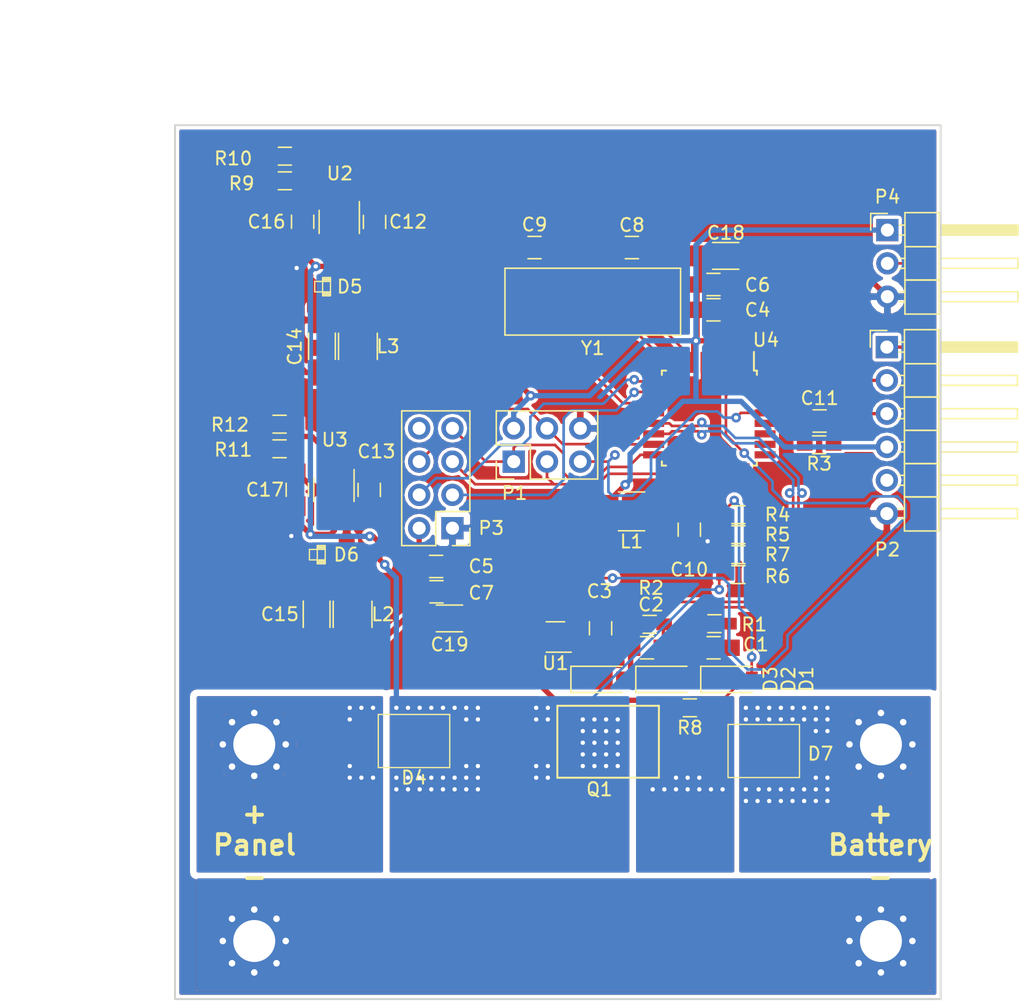
<source format=kicad_pcb>
(kicad_pcb (version 4) (host pcbnew 4.0.1-stable)
  (layers (0 F.Cu signal) (31 B.Cu signal) (34 B.Paste user) (35 F.Paste user) (36 B.SilkS user) (37 F.SilkS user) (38 B.Mask user) (39 F.Mask user) (44 Edge.Cuts user))
  (net 0 "")
  (net 1 VPP)
  (net 2 "Net-(D4-Pad2)")
  (net 3 "Net-(C12-Pad1)")
  (net 4 GND)
  (net 5 "Net-(C13-Pad1)")
  (net 6 +5V)
  (net 7 "Net-(C8-Pad1)")
  (net 8 "Net-(C9-Pad1)")
  (net 9 /MCU/MOSI)
  (net 10 /MCU/MISO)
  (net 11 /MCU/SCK)
  (net 12 "Net-(C10-Pad1)")
  (net 13 /MCU/RST)
  (net 14 /MCU/MTXSRX)
  (net 15 /MCU/MRXSTX)
  (net 16 /MCU/IRQ)
  (net 17 "Net-(C1-Pad1)")
  (net 18 "Net-(C1-Pad2)")
  (net 19 "Net-(C2-Pad1)")
  (net 20 "Net-(C2-Pad2)")
  (net 21 /PowerSwitching/GATEVCC)
  (net 22 +3V3)
  (net 23 /MCU/DTR)
  (net 24 "Net-(C12-Pad2)")
  (net 25 "Net-(C13-Pad2)")
  (net 26 +BATT)
  (net 27 "Net-(P2-Pad5)")
  (net 28 /MCU/CE)
  (net 29 /MCU/CSN)
  (net 30 "Net-(Q1-Pad2)")
  (net 31 "Net-(R10-Pad1)")
  (net 32 "Net-(R11-Pad2)")
  (net 33 "Net-(U1-Pad5)")
  (net 34 "Net-(U2-Pad4)")
  (net 35 "Net-(U3-Pad4)")
  (net 36 "Net-(D7-Pad1)")
  (net 37 /MCU/FET-drive)
  (net 38 A_P)
  (net 39 A_N)
  (net 40 "Net-(P4-Pad2)")
  (net 41 "Net-(R4-Pad2)")
  (net 42 "Net-(R6-Pad2)")
  (net 43 "Net-(U4-Pad2)")
  (net 44 "Net-(U4-Pad12)")
  (net 45 "Net-(U4-Pad19)")
  (net 46 "Net-(U4-Pad20)")
  (net 47 "Net-(U4-Pad22)")
  (net 48 "Net-(U4-Pad25)")
  (net 49 "Net-(U4-Pad26)")
  (net 50 "Net-(U4-Pad27)")
  (net 51 "Net-(U4-Pad28)")
  (net 52 "Net-(U4-Pad32)")
  (module Crystals:Crystal_SMD_HC49-SD (layer F.Cu) (at 240.792 102.362 180)
    (fp_text reference Y1 (at 0 -3.55 180) (layer F.SilkS))
    (fp_text value 16MHz)
    (pad 1 smd rect (at -4.25 0 180) (size 4.5 2) (layers F.Cu F.Paste F.Mask) (net 7 "Net-(C8-Pad1)"))
    (pad 2 smd rect (at 4.25 0 180) (size 4.5 2) (layers F.Cu F.Paste F.Mask) (net 8 "Net-(C9-Pad1)"))
  )
  (module Mounting_Holes:MountingHole_3.2mm_M3_Pad_Via (layer F.Cu) (at 262.778836 136.144 180)
    (fp_text reference P7 hide)
    (fp_text value Bat+)
    (pad 1 thru_hole circle (at 0 0 180) (size 6.4 6.4) (drill 3.2) (layers *.Cu *.Mask) (net 36 "Net-(D7-Pad1)"))
    (pad "" thru_hole circle (at 2.4 0 180) (size 0.6 0.6) (drill 0.5) (layers *.Cu *.Mask))
    (pad "" thru_hole circle (at 1.697056 1.697056 180) (size 0.6 0.6) (drill 0.5) (layers *.Cu *.Mask))
    (pad "" thru_hole circle (at 0 2.4 180) (size 0.6 0.6) (drill 0.5) (layers *.Cu *.Mask))
    (pad "" thru_hole circle (at -1.697056 1.697056 180) (size 0.6 0.6) (drill 0.5) (layers *.Cu *.Mask))
    (pad "" thru_hole circle (at -2.4 0 180) (size 0.6 0.6) (drill 0.5) (layers *.Cu *.Mask))
    (pad "" thru_hole circle (at -1.697056 -1.697056 180) (size 0.6 0.6) (drill 0.5) (layers *.Cu *.Mask))
    (pad "" thru_hole circle (at 0 -2.4 180) (size 0.6 0.6) (drill 0.5) (layers *.Cu *.Mask))
    (pad "" thru_hole circle (at 1.697056 -1.697056 180) (size 0.6 0.6) (drill 0.5) (layers *.Cu *.Mask))
  )
  (module diodes:PowerDI5 (layer F.Cu) (at 253.838036 136.646798)
    (fp_text reference D7 (at 4.327564 0.208402) (layer F.SilkS))
    (fp_text value SBR10E45P5-7)
    (pad 1 smd rect (at 0.651 0 90) (size 3.36 4.86) (layers F.Cu F.Paste F.Mask) (net 36 "Net-(D7-Pad1)"))
    (pad 2 smd rect (at -3.147 -0.92) (size 1.39 1.4) (layers F.Cu F.Paste F.Mask) (net 26 +BATT))
    (pad 2 smd rect (at -3.147 0.92) (size 1.39 1.4) (layers F.Cu F.Paste F.Mask) (net 26 +BATT))
  )
  (module Pin_Headers:Pin_Header_Straight_2x03_Pitch2.54mm (layer F.Cu) (at 234.7595 114.5667 90)
    (fp_text reference P1 (at -2.4003 0.0635 180) (layer F.SilkS))
    (fp_text value CONN_02X03)
    (pad 1 thru_hole rect (at 0 0 90) (size 1.7 1.7) (drill 1) (layers *.Cu *.Mask) (net 10 /MCU/MISO))
    (pad 2 thru_hole oval (at 2.54 0 90) (size 1.7 1.7) (drill 1) (layers *.Cu *.Mask) (net 6 +5V))
    (pad 3 thru_hole oval (at 0 2.54 90) (size 1.7 1.7) (drill 1) (layers *.Cu *.Mask) (net 11 /MCU/SCK))
    (pad 4 thru_hole oval (at 2.54 2.54 90) (size 1.7 1.7) (drill 1) (layers *.Cu *.Mask) (net 9 /MCU/MOSI))
    (pad 5 thru_hole oval (at 0 5.08 90) (size 1.7 1.7) (drill 1) (layers *.Cu *.Mask) (net 13 /MCU/RST))
    (pad 6 thru_hole oval (at 2.54 5.08 90) (size 1.7 1.7) (drill 1) (layers *.Cu *.Mask) (net 4 GND))
  )
  (module Resistors_SMD:R_0603_HandSoldering (layer F.Cu) (at 216.8955 111.7092 180)
    (fp_text reference R12 (at 3.7895 -0.0508 180) (layer F.SilkS))
    (fp_text value 8.45K)
    (pad 1 smd rect (at -1.1 0 180) (size 1.2 0.9) (layers F.Cu F.Paste F.Mask) (net 32 "Net-(R11-Pad2)"))
    (pad 2 smd rect (at 1.1 0 180) (size 1.2 0.9) (layers F.Cu F.Paste F.Mask) (net 4 GND))
  )
  (module Capacitors_SMD:C_1206_HandSoldering (layer F.Cu) (at 219.7227 126.2126 270)
    (fp_text reference C15 (at 0 2.8067 360) (layer F.SilkS))
    (fp_text value "33uF 5v")
    (pad 1 smd rect (at -2 0 270) (size 2 1.6) (layers F.Cu F.Paste F.Mask) (net 4 GND))
    (pad 2 smd rect (at 2 0 270) (size 2 1.6) (layers F.Cu F.Paste F.Mask) (net 22 +3V3))
  )
  (module Resistors_SMD:R_0603_HandSoldering (layer F.Cu) (at 216.8955 113.5888)
    (fp_text reference R11 (at -3.5355 0.0762) (layer F.SilkS))
    (fp_text value 28K)
    (pad 1 smd rect (at -1.1 0) (size 1.2 0.9) (layers F.Cu F.Paste F.Mask) (net 22 +3V3))
    (pad 2 smd rect (at 1.1 0) (size 1.2 0.9) (layers F.Cu F.Paste F.Mask) (net 32 "Net-(R11-Pad2)"))
  )
  (module Capacitors_SMD:C_0805_HandSoldering (layer F.Cu) (at 218.2495 116.713 90)
    (fp_text reference C17 (at 0 -2.4765 180) (layer F.SilkS))
    (fp_text value 2.2uF)
    (pad 1 smd rect (at -1.25 0 90) (size 1.5 1.25) (layers F.Cu F.Paste F.Mask) (net 1 VPP))
    (pad 2 smd rect (at 1.25 0 90) (size 1.5 1.25) (layers F.Cu F.Paste F.Mask) (net 4 GND))
  )
  (module Resistors_SMD:R_1210_HandSoldering (layer F.Cu) (at 222.4659 126.2192 270)
    (fp_text reference L2 (at 0 -2.3241 360) (layer F.SilkS))
    (fp_text value 47uH)
    (pad 1 smd rect (at -2 0 270) (size 2 2.5) (layers F.Cu F.Paste F.Mask) (net 5 "Net-(C13-Pad1)"))
    (pad 2 smd rect (at 2 0 270) (size 2 2.5) (layers F.Cu F.Paste F.Mask) (net 22 +3V3))
  )
  (module Capacitors_SMD:C_0805_HandSoldering (layer F.Cu) (at 223.7359 116.7257 90)
    (fp_text reference C13 (at 2.9337 0.5461 360) (layer F.SilkS))
    (fp_text value 100nF)
    (pad 1 smd rect (at -1.25 0 90) (size 1.5 1.25) (layers F.Cu F.Paste F.Mask) (net 5 "Net-(C13-Pad1)"))
    (pad 2 smd rect (at 1.25 0 90) (size 1.5 1.25) (layers F.Cu F.Paste F.Mask) (net 25 "Net-(C13-Pad2)"))
  )
  (module TO_SOT_Packages_SMD:TSOT-23-6_MK06A_HandSoldering (layer F.Cu) (at 221.0689 116.7257 270)
    (fp_text reference U3 (at -3.8227 -0.0381 360) (layer F.SilkS))
    (fp_text value LMR14006X)
    (pad 1 smd rect (at -1.71 -0.95 270) (size 2 0.65) (layers F.Cu F.Paste F.Mask) (net 25 "Net-(C13-Pad2)"))
    (pad 2 smd rect (at -1.71 0 270) (size 2 0.65) (layers F.Cu F.Paste F.Mask) (net 4 GND))
    (pad 3 smd rect (at -1.71 0.95 270) (size 2 0.65) (layers F.Cu F.Paste F.Mask) (net 32 "Net-(R11-Pad2)"))
    (pad 4 smd rect (at 1.71 0.95 270) (size 2 0.65) (layers F.Cu F.Paste F.Mask) (net 35 "Net-(U3-Pad4)"))
    (pad 5 smd rect (at 1.71 0 270) (size 2 0.65) (layers F.Cu F.Paste F.Mask) (net 1 VPP))
    (pad 6 smd rect (at 1.71 -0.95 270) (size 2 0.65) (layers F.Cu F.Paste F.Mask) (net 5 "Net-(C13-Pad1)"))
  )
  (module diodes:SOD-993 (layer F.Cu) (at 219.7735 121.666 180)
    (fp_text reference D6 (at -2.2225 0 180) (layer F.SilkS))
    (fp_text value PMEG6010AESBYL)
    (pad 1 smd rect (at -0.325 0 180) (size 0.35 0.6) (layers F.Cu F.Paste F.Mask) (net 5 "Net-(C13-Pad1)"))
    (pad 2 smd rect (at 0.325 0 180) (size 0.35 0.6) (layers F.Cu F.Paste F.Mask) (net 4 GND))
  )
  (module Capacitors_SMD:C_0805_HandSoldering (layer F.Cu) (at 250.00966 128.77038)
    (fp_text reference C1 (at 3.22834 -0.24638) (layer F.SilkS))
    (fp_text value 47nF)
    (pad 1 smd rect (at -1.25 0) (size 1.5 1.25) (layers F.Cu F.Paste F.Mask) (net 17 "Net-(C1-Pad1)"))
    (pad 2 smd rect (at 1.25 0) (size 1.5 1.25) (layers F.Cu F.Paste F.Mask) (net 18 "Net-(C1-Pad2)"))
  )
  (module Capacitors_SMD:C_0805_HandSoldering (layer F.Cu) (at 244.92966 128.77038)
    (fp_text reference C2 (at 0.30734 -3.29438) (layer F.SilkS))
    (fp_text value 47nF)
    (pad 1 smd rect (at -1.25 0) (size 1.5 1.25) (layers F.Cu F.Paste F.Mask) (net 19 "Net-(C2-Pad1)"))
    (pad 2 smd rect (at 1.25 0) (size 1.5 1.25) (layers F.Cu F.Paste F.Mask) (net 20 "Net-(C2-Pad2)"))
  )
  (module Capacitors_SMD:C_0805_HandSoldering (layer F.Cu) (at 241.38636 127.28194 90)
    (fp_text reference C3 (at 2.82194 -0.08636 180) (layer F.SilkS))
    (fp_text value 1uF)
    (pad 1 smd rect (at -1.25 0 90) (size 1.5 1.25) (layers F.Cu F.Paste F.Mask) (net 21 /PowerSwitching/GATEVCC))
    (pad 2 smd rect (at 1.25 0 90) (size 1.5 1.25) (layers F.Cu F.Paste F.Mask) (net 4 GND))
  )
  (module Capacitors_SMD:C_0805_HandSoldering (layer F.Cu) (at 249.9995 102.9843)
    (fp_text reference C4 (at 3.3655 0.0127) (layer F.SilkS))
    (fp_text value 1uF)
    (pad 1 smd rect (at -1.25 0) (size 1.5 1.25) (layers F.Cu F.Paste F.Mask) (net 6 +5V))
    (pad 2 smd rect (at 1.25 0) (size 1.5 1.25) (layers F.Cu F.Paste F.Mask) (net 4 GND))
  )
  (module Capacitors_SMD:C_0805_HandSoldering (layer F.Cu) (at 228.8413 122.5677)
    (fp_text reference C5 (at 3.4417 -0.0127) (layer F.SilkS))
    (fp_text value 1uF)
    (pad 1 smd rect (at -1.25 0) (size 1.5 1.25) (layers F.Cu F.Paste F.Mask) (net 22 +3V3))
    (pad 2 smd rect (at 1.25 0) (size 1.5 1.25) (layers F.Cu F.Paste F.Mask) (net 4 GND))
  )
  (module Capacitors_SMD:C_0805_HandSoldering (layer F.Cu) (at 249.9995 101.0539)
    (fp_text reference C6 (at 3.3655 0.0381) (layer F.SilkS))
    (fp_text value 100nF)
    (pad 1 smd rect (at -1.25 0) (size 1.5 1.25) (layers F.Cu F.Paste F.Mask) (net 6 +5V))
    (pad 2 smd rect (at 1.25 0) (size 1.5 1.25) (layers F.Cu F.Paste F.Mask) (net 4 GND))
  )
  (module Capacitors_SMD:C_0805_HandSoldering (layer F.Cu) (at 228.8667 124.4981)
    (fp_text reference C7 (at 3.4163 0.0889) (layer F.SilkS))
    (fp_text value 100nF)
    (pad 1 smd rect (at -1.25 0) (size 1.5 1.25) (layers F.Cu F.Paste F.Mask) (net 22 +3V3))
    (pad 2 smd rect (at 1.25 0) (size 1.5 1.25) (layers F.Cu F.Paste F.Mask) (net 4 GND))
  )
  (module Capacitors_SMD:C_0805_HandSoldering (layer F.Cu) (at 243.7765 98.2345 180)
    (fp_text reference C8 (at 0 1.7145 180) (layer F.SilkS))
    (fp_text value 18pF)
    (pad 1 smd rect (at -1.25 0 180) (size 1.5 1.25) (layers F.Cu F.Paste F.Mask) (net 7 "Net-(C8-Pad1)"))
    (pad 2 smd rect (at 1.25 0 180) (size 1.5 1.25) (layers F.Cu F.Paste F.Mask) (net 4 GND))
  )
  (module Capacitors_SMD:C_0805_HandSoldering (layer F.Cu) (at 236.347 98.2345)
    (fp_text reference C9 (at 0 -1.75) (layer F.SilkS))
    (fp_text value 18pF)
    (pad 1 smd rect (at -1.25 0) (size 1.5 1.25) (layers F.Cu F.Paste F.Mask) (net 8 "Net-(C9-Pad1)"))
    (pad 2 smd rect (at 1.25 0) (size 1.5 1.25) (layers F.Cu F.Paste F.Mask) (net 4 GND))
  )
  (module Capacitors_SMD:C_0805_HandSoldering (layer F.Cu) (at 248.158 119.761 270)
    (fp_text reference C10 (at 3.048 0 360) (layer F.SilkS))
    (fp_text value 100nF)
    (pad 1 smd rect (at -1.25 0 270) (size 1.5 1.25) (layers F.Cu F.Paste F.Mask) (net 12 "Net-(C10-Pad1)"))
    (pad 2 smd rect (at 1.25 0 270) (size 1.5 1.25) (layers F.Cu F.Paste F.Mask) (net 4 GND))
  )
  (module Capacitors_SMD:C_0805_HandSoldering (layer F.Cu) (at 258.1021 111.4679 180)
    (fp_text reference C11 (at 0 1.7399 180) (layer F.SilkS))
    (fp_text value 100nF)
    (pad 1 smd rect (at -1.25 0 180) (size 1.5 1.25) (layers F.Cu F.Paste F.Mask) (net 23 /MCU/DTR))
    (pad 2 smd rect (at 1.25 0 180) (size 1.5 1.25) (layers F.Cu F.Paste F.Mask) (net 13 /MCU/RST))
  )
  (module Capacitors_SMD:C_0805_HandSoldering (layer F.Cu) (at 224.1423 96.2787 90)
    (fp_text reference C12 (at 0.0127 2.5527 180) (layer F.SilkS))
    (fp_text value 100nF)
    (pad 1 smd rect (at -1.25 0 90) (size 1.5 1.25) (layers F.Cu F.Paste F.Mask) (net 3 "Net-(C12-Pad1)"))
    (pad 2 smd rect (at 1.25 0 90) (size 1.5 1.25) (layers F.Cu F.Paste F.Mask) (net 24 "Net-(C12-Pad2)"))
  )
  (module Capacitors_SMD:C_1206_HandSoldering (layer F.Cu) (at 220.1291 105.7656 270)
    (fp_text reference C14 (at 0.0254 2.0701 270) (layer F.SilkS))
    (fp_text value "15uF 10v")
    (pad 1 smd rect (at -2 0 270) (size 2 1.6) (layers F.Cu F.Paste F.Mask) (net 4 GND))
    (pad 2 smd rect (at 2 0 270) (size 2 1.6) (layers F.Cu F.Paste F.Mask) (net 6 +5V))
  )
  (module Diodes_SMD:D_SOD-123 (layer F.Cu) (at 251.27966 131.18338)
    (fp_text reference D1 (at 5.81914 -0.01778 90) (layer F.SilkS))
    (fp_text value D_Small)
    (pad 1 smd rect (at -1.65 0) (size 0.9 1.2) (layers F.Cu F.Paste F.Mask) (net 17 "Net-(C1-Pad1)"))
    (pad 2 smd rect (at 1.65 0) (size 0.9 1.2) (layers F.Cu F.Paste F.Mask) (net 26 +BATT))
  )
  (module Diodes_SMD:D_SOD-123 (layer F.Cu) (at 246.32666 131.18338)
    (fp_text reference D2 (at 9.40054 -0.01778 90) (layer F.SilkS))
    (fp_text value D_Small)
    (pad 1 smd rect (at -1.65 0) (size 0.9 1.2) (layers F.Cu F.Paste F.Mask) (net 19 "Net-(C2-Pad1)"))
    (pad 2 smd rect (at 1.65 0) (size 0.9 1.2) (layers F.Cu F.Paste F.Mask) (net 17 "Net-(C1-Pad1)"))
  )
  (module Diodes_SMD:D_SOD-123 (layer F.Cu) (at 241.37366 131.18338)
    (fp_text reference D3 (at 12.98194 -0.01778 90) (layer F.SilkS))
    (fp_text value D_Small)
    (pad 1 smd rect (at -1.65 0) (size 0.9 1.2) (layers F.Cu F.Paste F.Mask) (net 21 /PowerSwitching/GATEVCC))
    (pad 2 smd rect (at 1.65 0) (size 0.9 1.2) (layers F.Cu F.Paste F.Mask) (net 19 "Net-(C2-Pad1)"))
  )
  (module diodes:PowerDI5 (layer F.Cu) (at 227.1534 135.8844)
    (fp_text reference D4 (at 0 2.8) (layer F.SilkS))
    (fp_text value SBR10E45P5-7)
    (pad 1 smd rect (at 0.651 0 90) (size 3.36 4.86) (layers F.Cu F.Paste F.Mask) (net 1 VPP))
    (pad 2 smd rect (at -3.147 -0.92) (size 1.39 1.4) (layers F.Cu F.Paste F.Mask) (net 2 "Net-(D4-Pad2)"))
    (pad 2 smd rect (at -3.147 0.92) (size 1.39 1.4) (layers F.Cu F.Paste F.Mask) (net 2 "Net-(D4-Pad2)"))
  )
  (module diodes:SOD-993 (layer F.Cu) (at 220.1799 101.219 180)
    (fp_text reference D5 (at -2.0701 0 180) (layer F.SilkS))
    (fp_text value PMEG6010AESBYL)
    (pad 1 smd rect (at -0.325 0 180) (size 0.35 0.6) (layers F.Cu F.Paste F.Mask) (net 3 "Net-(C12-Pad1)"))
    (pad 2 smd rect (at 0.325 0 180) (size 0.35 0.6) (layers F.Cu F.Paste F.Mask) (net 4 GND))
  )
  (module Housings_QFP:TQFP-32_7x7mm_Pitch0.8mm (layer F.Cu) (at 249.6885 111.2475 270)
    (fp_text reference U4 (at -5.9645 -4.3115 360) (layer F.SilkS))
    (fp_text value ATMEGA328P-A)
    (pad 1 smd rect (at -4.25 -2.8 270) (size 1.6 0.55) (layers F.Cu F.Paste F.Mask) (net 37 /MCU/FET-drive))
    (pad 2 smd rect (at -4.25 -2 270) (size 1.6 0.55) (layers F.Cu F.Paste F.Mask) (net 43 "Net-(U4-Pad2)"))
    (pad 3 smd rect (at -4.25 -1.2 270) (size 1.6 0.55) (layers F.Cu F.Paste F.Mask) (net 4 GND))
    (pad 4 smd rect (at -4.25 -0.4 270) (size 1.6 0.55) (layers F.Cu F.Paste F.Mask) (net 6 +5V))
    (pad 5 smd rect (at -4.25 0.4 270) (size 1.6 0.55) (layers F.Cu F.Paste F.Mask) (net 4 GND))
    (pad 6 smd rect (at -4.25 1.2 270) (size 1.6 0.55) (layers F.Cu F.Paste F.Mask) (net 6 +5V))
    (pad 7 smd rect (at -4.25 2 270) (size 1.6 0.55) (layers F.Cu F.Paste F.Mask) (net 7 "Net-(C8-Pad1)"))
    (pad 8 smd rect (at -4.25 2.8 270) (size 1.6 0.55) (layers F.Cu F.Paste F.Mask) (net 8 "Net-(C9-Pad1)"))
    (pad 9 smd rect (at -2.8 4.25) (size 1.6 0.55) (layers F.Cu F.Paste F.Mask) (net 29 /MCU/CSN))
    (pad 10 smd rect (at -2 4.25) (size 1.6 0.55) (layers F.Cu F.Paste F.Mask) (net 28 /MCU/CE))
    (pad 11 smd rect (at -1.2 4.25) (size 1.6 0.55) (layers F.Cu F.Paste F.Mask) (net 40 "Net-(P4-Pad2)"))
    (pad 12 smd rect (at -0.4 4.25) (size 1.6 0.55) (layers F.Cu F.Paste F.Mask) (net 44 "Net-(U4-Pad12)"))
    (pad 13 smd rect (at 0.4 4.25) (size 1.6 0.55) (layers F.Cu F.Paste F.Mask) (net 38 A_P))
    (pad 14 smd rect (at 1.2 4.25) (size 1.6 0.55) (layers F.Cu F.Paste F.Mask) (net 39 A_N))
    (pad 15 smd rect (at 2 4.25) (size 1.6 0.55) (layers F.Cu F.Paste F.Mask) (net 9 /MCU/MOSI))
    (pad 16 smd rect (at 2.8 4.25) (size 1.6 0.55) (layers F.Cu F.Paste F.Mask) (net 10 /MCU/MISO))
    (pad 17 smd rect (at 4.25 2.8 270) (size 1.6 0.55) (layers F.Cu F.Paste F.Mask) (net 11 /MCU/SCK))
    (pad 18 smd rect (at 4.25 2 270) (size 1.6 0.55) (layers F.Cu F.Paste F.Mask) (net 12 "Net-(C10-Pad1)"))
    (pad 19 smd rect (at 4.25 1.2 270) (size 1.6 0.55) (layers F.Cu F.Paste F.Mask) (net 45 "Net-(U4-Pad19)"))
    (pad 20 smd rect (at 4.25 0.4 270) (size 1.6 0.55) (layers F.Cu F.Paste F.Mask) (net 46 "Net-(U4-Pad20)"))
    (pad 21 smd rect (at 4.25 -0.4 270) (size 1.6 0.55) (layers F.Cu F.Paste F.Mask) (net 4 GND))
    (pad 22 smd rect (at 4.25 -1.2 270) (size 1.6 0.55) (layers F.Cu F.Paste F.Mask) (net 47 "Net-(U4-Pad22)"))
    (pad 23 smd rect (at 4.25 -2 270) (size 1.6 0.55) (layers F.Cu F.Paste F.Mask) (net 41 "Net-(R4-Pad2)"))
    (pad 24 smd rect (at 4.25 -2.8 270) (size 1.6 0.55) (layers F.Cu F.Paste F.Mask) (net 42 "Net-(R6-Pad2)"))
    (pad 25 smd rect (at 2.8 -4.25) (size 1.6 0.55) (layers F.Cu F.Paste F.Mask) (net 48 "Net-(U4-Pad25)"))
    (pad 26 smd rect (at 2 -4.25) (size 1.6 0.55) (layers F.Cu F.Paste F.Mask) (net 49 "Net-(U4-Pad26)"))
    (pad 27 smd rect (at 1.2 -4.25) (size 1.6 0.55) (layers F.Cu F.Paste F.Mask) (net 50 "Net-(U4-Pad27)"))
    (pad 28 smd rect (at 0.4 -4.25) (size 1.6 0.55) (layers F.Cu F.Paste F.Mask) (net 51 "Net-(U4-Pad28)"))
    (pad 29 smd rect (at -0.4 -4.25) (size 1.6 0.55) (layers F.Cu F.Paste F.Mask) (net 13 /MCU/RST))
    (pad 30 smd rect (at -1.2 -4.25) (size 1.6 0.55) (layers F.Cu F.Paste F.Mask) (net 14 /MCU/MTXSRX))
    (pad 31 smd rect (at -2 -4.25) (size 1.6 0.55) (layers F.Cu F.Paste F.Mask) (net 15 /MCU/MRXSTX))
    (pad 32 smd rect (at -2.8 -4.25) (size 1.6 0.55) (layers F.Cu F.Paste F.Mask) (net 52 "Net-(U4-Pad32)"))
  )
  (module Resistors_SMD:R_1210_HandSoldering (layer F.Cu) (at 243.7511 118.364 180)
    (fp_text reference L1 (at 0 -2.3 180) (layer F.SilkS))
    (fp_text value 10uH)
    (pad 1 smd rect (at -2 0 180) (size 2 2.5) (layers F.Cu F.Paste F.Mask) (net 12 "Net-(C10-Pad1)"))
    (pad 2 smd rect (at 2 0 180) (size 2 2.5) (layers F.Cu F.Paste F.Mask) (net 6 +5V))
  )
  (module Resistors_SMD:R_1210_HandSoldering (layer F.Cu) (at 222.8723 105.7722 270)
    (fp_text reference L3 (at 0 -2.3 360) (layer F.SilkS))
    (fp_text value 22uH)
    (pad 1 smd rect (at -2 0 270) (size 2 2.5) (layers F.Cu F.Paste F.Mask) (net 3 "Net-(C12-Pad1)"))
    (pad 2 smd rect (at 2 0 270) (size 2 2.5) (layers F.Cu F.Paste F.Mask) (net 6 +5V))
  )
  (module Pin_Headers:Pin_Header_Angled_1x06_Pitch2.54mm (layer F.Cu) (at 263.2329 105.8291)
    (fp_text reference P2 (at 0.0381 15.4559) (layer F.SilkS))
    (fp_text value CONN_01X06)
    (pad 1 thru_hole rect (at 0 0) (size 1.7 1.7) (drill 1) (layers *.Cu *.Mask) (net 23 /MCU/DTR))
    (pad 2 thru_hole oval (at 0 2.54) (size 1.7 1.7) (drill 1) (layers *.Cu *.Mask) (net 15 /MCU/MRXSTX))
    (pad 3 thru_hole oval (at 0 5.08) (size 1.7 1.7) (drill 1) (layers *.Cu *.Mask) (net 14 /MCU/MTXSRX))
    (pad 4 thru_hole oval (at 0 7.62) (size 1.7 1.7) (drill 1) (layers *.Cu *.Mask) (net 6 +5V))
    (pad 5 thru_hole oval (at 0 10.16) (size 1.7 1.7) (drill 1) (layers *.Cu *.Mask) (net 27 "Net-(P2-Pad5)"))
    (pad 6 thru_hole oval (at 0 12.7) (size 1.7 1.7) (drill 1) (layers *.Cu *.Mask) (net 4 GND))
  )
  (module Pin_Headers:Pin_Header_Straight_2x04_Pitch2.54mm (layer F.Cu) (at 230.0859 119.6467 180)
    (fp_text reference P3 (at -2.9591 0.0127 180) (layer F.SilkS))
    (fp_text value CONN_02X04)
    (pad 1 thru_hole rect (at 0 0 180) (size 1.7 1.7) (drill 1) (layers *.Cu *.Mask) (net 4 GND))
    (pad 2 thru_hole oval (at 2.54 0 180) (size 1.7 1.7) (drill 1) (layers *.Cu *.Mask) (net 22 +3V3))
    (pad 3 thru_hole oval (at 0 2.54 180) (size 1.7 1.7) (drill 1) (layers *.Cu *.Mask) (net 28 /MCU/CE))
    (pad 4 thru_hole oval (at 2.54 2.54 180) (size 1.7 1.7) (drill 1) (layers *.Cu *.Mask) (net 29 /MCU/CSN))
    (pad 5 thru_hole oval (at 0 5.08 180) (size 1.7 1.7) (drill 1) (layers *.Cu *.Mask) (net 11 /MCU/SCK))
    (pad 6 thru_hole oval (at 2.54 5.08 180) (size 1.7 1.7) (drill 1) (layers *.Cu *.Mask) (net 9 /MCU/MOSI))
    (pad 7 thru_hole oval (at 0 7.62 180) (size 1.7 1.7) (drill 1) (layers *.Cu *.Mask) (net 10 /MCU/MISO))
    (pad 8 thru_hole oval (at 2.54 7.62 180) (size 1.7 1.7) (drill 1) (layers *.Cu *.Mask) (net 16 /MCU/IRQ))
  )
  (module Pin_Headers:Pin_Header_Angled_1x03_Pitch2.54mm (layer F.Cu) (at 263.271 96.901)
    (fp_text reference P4 (at 0 -2.54) (layer F.SilkS))
    (fp_text value WS2812)
    (pad 1 thru_hole rect (at 0 0) (size 1.7 1.7) (drill 1) (layers *.Cu *.Mask) (net 6 +5V))
    (pad 2 thru_hole oval (at 0 2.54) (size 1.7 1.7) (drill 1) (layers *.Cu *.Mask) (net 40 "Net-(P4-Pad2)"))
    (pad 3 thru_hole oval (at 0 5.08) (size 1.7 1.7) (drill 1) (layers *.Cu *.Mask) (net 4 GND))
  )
  (module Mounting_Holes:MountingHole_3.2mm_M3_Pad_Via (layer F.Cu) (at 214.964 136.144)
    (fp_text reference P5 hide)
    (fp_text value Panel+)
    (pad 1 thru_hole circle (at 0 0) (size 6.4 6.4) (drill 3.2) (layers *.Cu *.Mask) (net 2 "Net-(D4-Pad2)"))
    (pad "" thru_hole circle (at 2.4 0) (size 0.6 0.6) (drill 0.5) (layers *.Cu *.Mask))
    (pad "" thru_hole circle (at 1.697056 1.697056) (size 0.6 0.6) (drill 0.5) (layers *.Cu *.Mask))
    (pad "" thru_hole circle (at 0 2.4) (size 0.6 0.6) (drill 0.5) (layers *.Cu *.Mask))
    (pad "" thru_hole circle (at -1.697056 1.697056) (size 0.6 0.6) (drill 0.5) (layers *.Cu *.Mask))
    (pad "" thru_hole circle (at -2.4 0) (size 0.6 0.6) (drill 0.5) (layers *.Cu *.Mask))
    (pad "" thru_hole circle (at -1.697056 -1.697056) (size 0.6 0.6) (drill 0.5) (layers *.Cu *.Mask))
    (pad "" thru_hole circle (at 0 -2.4) (size 0.6 0.6) (drill 0.5) (layers *.Cu *.Mask))
    (pad "" thru_hole circle (at 1.697056 -1.697056) (size 0.6 0.6) (drill 0.5) (layers *.Cu *.Mask))
  )
  (module Mounting_Holes:MountingHole_3.2mm_M3_Pad_Via (layer F.Cu) (at 214.964 151.144)
    (fp_text reference P6 hide)
    (fp_text value Panel-)
    (pad 1 thru_hole circle (at 0 0) (size 6.4 6.4) (drill 3.2) (layers *.Cu *.Mask) (net 4 GND))
    (pad "" thru_hole circle (at 2.4 0) (size 0.6 0.6) (drill 0.5) (layers *.Cu *.Mask))
    (pad "" thru_hole circle (at 1.697056 1.697056) (size 0.6 0.6) (drill 0.5) (layers *.Cu *.Mask))
    (pad "" thru_hole circle (at 0 2.4) (size 0.6 0.6) (drill 0.5) (layers *.Cu *.Mask))
    (pad "" thru_hole circle (at -1.697056 1.697056) (size 0.6 0.6) (drill 0.5) (layers *.Cu *.Mask))
    (pad "" thru_hole circle (at -2.4 0) (size 0.6 0.6) (drill 0.5) (layers *.Cu *.Mask))
    (pad "" thru_hole circle (at -1.697056 -1.697056) (size 0.6 0.6) (drill 0.5) (layers *.Cu *.Mask))
    (pad "" thru_hole circle (at 0 -2.4) (size 0.6 0.6) (drill 0.5) (layers *.Cu *.Mask))
    (pad "" thru_hole circle (at 1.697056 -1.697056) (size 0.6 0.6) (drill 0.5) (layers *.Cu *.Mask))
  )
  (module Transistors:PG-TDSON-8 (layer F.Cu) (at 241.3381 135.9408 90)
    (fp_text reference Q1 (at -3.6322 -0.0381 180) (layer F.SilkS))
    (fp_text value NTMFS4C10NT1G)
    (pad 3 smd rect (at 0 0 90) (size 4.7 4.5) (layers F.Cu F.Paste F.Mask) (net 1 VPP))
    (pad 3 smd rect (at -2 -2.5 90) (size 0.7 0.5) (layers F.Cu F.Paste F.Mask) (net 1 VPP))
    (pad 3 smd rect (at -0.665 -2.5 90) (size 0.7 0.5) (layers F.Cu F.Paste F.Mask) (net 1 VPP))
    (pad 3 smd rect (at 0.665 -2.5 90) (size 0.7 0.5) (layers F.Cu F.Paste F.Mask) (net 1 VPP))
    (pad 3 smd rect (at 2 -2.5 90) (size 0.7 0.5) (layers F.Cu F.Paste F.Mask) (net 1 VPP))
    (pad 2 smd rect (at 1.905 3.5 90) (size 0.65 1.2) (layers F.Cu F.Paste F.Mask) (net 30 "Net-(Q1-Pad2)"))
    (pad 1 smd rect (at 0.635 3.5 90) (size 0.65 1.2) (layers F.Cu F.Paste F.Mask) (net 26 +BATT))
    (pad 1 smd rect (at -0.635 3.5 90) (size 0.65 1.2) (layers F.Cu F.Paste F.Mask) (net 26 +BATT))
    (pad 1 smd rect (at -1.905 3.5 90) (size 0.65 1.2) (layers F.Cu F.Paste F.Mask) (net 26 +BATT))
  )
  (module Resistors_SMD:R_0603_HandSoldering (layer F.Cu) (at 250.07824 126.93142 180)
    (fp_text reference R1 (at -3.03276 -0.06858 180) (layer F.SilkS))
    (fp_text value 150)
    (pad 1 smd rect (at -1.1 0 180) (size 1.2 0.9) (layers F.Cu F.Paste F.Mask) (net 18 "Net-(C1-Pad2)"))
    (pad 2 smd rect (at 1.1 0 180) (size 1.2 0.9) (layers F.Cu F.Paste F.Mask) (net 38 A_P))
  )
  (module Resistors_SMD:R_0603_HandSoldering (layer F.Cu) (at 245.13268 126.98222 180)
    (fp_text reference R2 (at -0.10432 2.77622 180) (layer F.SilkS))
    (fp_text value 150)
    (pad 1 smd rect (at -1.1 0 180) (size 1.2 0.9) (layers F.Cu F.Paste F.Mask) (net 20 "Net-(C2-Pad2)"))
    (pad 2 smd rect (at 1.1 0 180) (size 1.2 0.9) (layers F.Cu F.Paste F.Mask) (net 39 A_N))
  )
  (module Resistors_SMD:R_0603_HandSoldering (layer F.Cu) (at 258.064 113.284 180)
    (fp_text reference R3 (at 0 -1.45 180) (layer F.SilkS))
    (fp_text value 10K)
    (pad 1 smd rect (at -1.1 0 180) (size 1.2 0.9) (layers F.Cu F.Paste F.Mask) (net 6 +5V))
    (pad 2 smd rect (at 1.1 0 180) (size 1.2 0.9) (layers F.Cu F.Paste F.Mask) (net 13 /MCU/RST))
  )
  (module Resistors_SMD:R_0603_HandSoldering (layer F.Cu) (at 251.9045 118.618)
    (fp_text reference R4 (at 2.9845 0) (layer F.SilkS))
    (fp_text value "82.5K 1%")
    (pad 1 smd rect (at -1.1 0) (size 1.2 0.9) (layers F.Cu F.Paste F.Mask) (net 26 +BATT))
    (pad 2 smd rect (at 1.1 0) (size 1.2 0.9) (layers F.Cu F.Paste F.Mask) (net 41 "Net-(R4-Pad2)"))
  )
  (module Resistors_SMD:R_0603_HandSoldering (layer F.Cu) (at 251.9045 120.142 180)
    (fp_text reference R5 (at -2.9845 0 180) (layer F.SilkS))
    (fp_text value "20.1K 1%")
    (pad 1 smd rect (at -1.1 0 180) (size 1.2 0.9) (layers F.Cu F.Paste F.Mask) (net 41 "Net-(R4-Pad2)"))
    (pad 2 smd rect (at 1.1 0 180) (size 1.2 0.9) (layers F.Cu F.Paste F.Mask) (net 4 GND))
  )
  (module Resistors_SMD:R_0603_HandSoldering (layer F.Cu) (at 251.9045 123.19)
    (fp_text reference R6 (at 2.9845 0.127) (layer F.SilkS))
    (fp_text value "82.5K 1%")
    (pad 1 smd rect (at -1.1 0) (size 1.2 0.9) (layers F.Cu F.Paste F.Mask) (net 1 VPP))
    (pad 2 smd rect (at 1.1 0) (size 1.2 0.9) (layers F.Cu F.Paste F.Mask) (net 42 "Net-(R6-Pad2)"))
  )
  (module Resistors_SMD:R_0603_HandSoldering (layer F.Cu) (at 251.9045 121.666 180)
    (fp_text reference R7 (at -2.9845 0 180) (layer F.SilkS))
    (fp_text value "20.1K 1%")
    (pad 1 smd rect (at -1.1 0 180) (size 1.2 0.9) (layers F.Cu F.Paste F.Mask) (net 42 "Net-(R6-Pad2)"))
    (pad 2 smd rect (at 1.1 0 180) (size 1.2 0.9) (layers F.Cu F.Paste F.Mask) (net 4 GND))
  )
  (module Resistors_SMD:R_0603_HandSoldering (layer F.Cu) (at 248.201 133.35)
    (fp_text reference R8 (at 0 1.524) (layer F.SilkS))
    (fp_text value 10K)
    (pad 1 smd rect (at -1.1 0) (size 1.2 0.9) (layers F.Cu F.Paste F.Mask) (net 30 "Net-(Q1-Pad2)"))
    (pad 2 smd rect (at 1.1 0) (size 1.2 0.9) (layers F.Cu F.Paste F.Mask) (net 26 +BATT))
  )
  (module Resistors_SMD:R_0603_HandSoldering (layer F.Cu) (at 217.3019 93.1418)
    (fp_text reference R9 (at -3.3069 0.2032) (layer F.SilkS))
    (fp_text value 57.6K)
    (pad 1 smd rect (at -1.1 0) (size 1.2 0.9) (layers F.Cu F.Paste F.Mask) (net 6 +5V))
    (pad 2 smd rect (at 1.1 0) (size 1.2 0.9) (layers F.Cu F.Paste F.Mask) (net 31 "Net-(R10-Pad1)"))
  )
  (module Resistors_SMD:R_0603_HandSoldering (layer F.Cu) (at 217.3019 91.2622 180)
    (fp_text reference R10 (at 3.9419 -0.1778 180) (layer F.SilkS))
    (fp_text value 10.4K)
    (pad 1 smd rect (at -1.1 0 180) (size 1.2 0.9) (layers F.Cu F.Paste F.Mask) (net 31 "Net-(R10-Pad1)"))
    (pad 2 smd rect (at 1.1 0 180) (size 1.2 0.9) (layers F.Cu F.Paste F.Mask) (net 4 GND))
  )
  (module TO_SOT_Packages_SMD:SOT-363_SC-70-6_Handsoldering (layer F.Cu) (at 237.94212 127.94742 180)
    (fp_text reference U1 (at 0 -2 180) (layer F.SilkS))
    (fp_text value ZXGD3009E6)
    (pad 1 smd rect (at -1.33 -0.65 180) (size 1.5 0.4) (layers F.Cu F.Paste F.Mask) (net 21 /PowerSwitching/GATEVCC))
    (pad 2 smd rect (at -1.33 0 180) (size 1.5 0.4) (layers F.Cu F.Paste F.Mask) (net 37 /MCU/FET-drive))
    (pad 3 smd rect (at -1.33 0.65 180) (size 1.5 0.4) (layers F.Cu F.Paste F.Mask) (net 4 GND))
    (pad 4 smd rect (at 1.33 0.65 180) (size 1.5 0.4) (layers F.Cu F.Paste F.Mask) (net 30 "Net-(Q1-Pad2)"))
    (pad 5 smd rect (at 1.33 0 180) (size 1.5 0.4) (layers F.Cu F.Paste F.Mask) (net 33 "Net-(U1-Pad5)"))
    (pad 6 smd rect (at 1.33 -0.65 180) (size 1.5 0.4) (layers F.Cu F.Paste F.Mask) (net 30 "Net-(Q1-Pad2)"))
  )
  (module TO_SOT_Packages_SMD:TSOT-23-6_MK06A_HandSoldering (layer F.Cu) (at 221.4753 96.2787 270)
    (fp_text reference U2 (at -3.6957 -0.0127 360) (layer F.SilkS))
    (fp_text value LMR14006Y)
    (pad 1 smd rect (at -1.71 -0.95 270) (size 2 0.65) (layers F.Cu F.Paste F.Mask) (net 24 "Net-(C12-Pad2)"))
    (pad 2 smd rect (at -1.71 0 270) (size 2 0.65) (layers F.Cu F.Paste F.Mask) (net 4 GND))
    (pad 3 smd rect (at -1.71 0.95 270) (size 2 0.65) (layers F.Cu F.Paste F.Mask) (net 31 "Net-(R10-Pad1)"))
    (pad 4 smd rect (at 1.71 0.95 270) (size 2 0.65) (layers F.Cu F.Paste F.Mask) (net 34 "Net-(U2-Pad4)"))
    (pad 5 smd rect (at 1.71 0 270) (size 2 0.65) (layers F.Cu F.Paste F.Mask) (net 1 VPP))
    (pad 6 smd rect (at 1.71 -0.95 270) (size 2 0.65) (layers F.Cu F.Paste F.Mask) (net 3 "Net-(C12-Pad1)"))
  )
  (module Capacitors_SMD:C_0805_HandSoldering (layer F.Cu) (at 218.6559 96.266 90)
    (fp_text reference C16 (at 0 -2.7559 180) (layer F.SilkS))
    (fp_text value 2.2uF)
    (pad 1 smd rect (at -1.25 0 90) (size 1.5 1.25) (layers F.Cu F.Paste F.Mask) (net 1 VPP))
    (pad 2 smd rect (at 1.25 0 90) (size 1.5 1.25) (layers F.Cu F.Paste F.Mask) (net 4 GND))
  )
  (module Capacitors_SMD:C_1206_HandSoldering (layer F.Cu) (at 250.9393 98.8695)
    (fp_text reference C18 (at 0.0127 -1.75) (layer F.SilkS))
    (fp_text value "15uF 10v")
    (pad 1 smd rect (at -2 0) (size 2 1.6) (layers F.Cu F.Paste F.Mask) (net 6 +5V))
    (pad 2 smd rect (at 2 0) (size 2 1.6) (layers F.Cu F.Paste F.Mask) (net 4 GND))
  )
  (module Capacitors_SMD:C_1206_HandSoldering (layer F.Cu) (at 229.8573 126.5301)
    (fp_text reference C19 (at 0.0127 1.9939) (layer F.SilkS))
    (fp_text value "15uF 10v")
    (pad 1 smd rect (at -2 0) (size 2 1.6) (layers F.Cu F.Paste F.Mask) (net 22 +3V3))
    (pad 2 smd rect (at 2 0) (size 2 1.6) (layers F.Cu F.Paste F.Mask) (net 4 GND))
  )
  (module Mounting_Holes:MountingHole_3.2mm_M3_Pad_Via (layer F.Cu) (at 262.778836 151.144)
    (fp_text reference P8 hide)
    (fp_text value Bat-)
    (pad 1 thru_hole circle (at 0 0) (size 6.4 6.4) (drill 3.2) (layers *.Cu *.Mask) (net 4 GND))
    (pad "" thru_hole circle (at 2.4 0) (size 0.6 0.6) (drill 0.5) (layers *.Cu *.Mask))
    (pad "" thru_hole circle (at 1.697056 1.697056) (size 0.6 0.6) (drill 0.5) (layers *.Cu *.Mask))
    (pad "" thru_hole circle (at 0 2.4) (size 0.6 0.6) (drill 0.5) (layers *.Cu *.Mask))
    (pad "" thru_hole circle (at -1.697056 1.697056) (size 0.6 0.6) (drill 0.5) (layers *.Cu *.Mask))
    (pad "" thru_hole circle (at -2.4 0) (size 0.6 0.6) (drill 0.5) (layers *.Cu *.Mask))
    (pad "" thru_hole circle (at -1.697056 -1.697056) (size 0.6 0.6) (drill 0.5) (layers *.Cu *.Mask))
    (pad "" thru_hole circle (at 0 -2.4) (size 0.6 0.6) (drill 0.5) (layers *.Cu *.Mask))
    (pad "" thru_hole circle (at 1.697056 -1.697056) (size 0.6 0.6) (drill 0.5) (layers *.Cu *.Mask))
  )
  (gr_text "+\nBattery\n-" (at 262.7376 143.8148) (layer F.SilkS) (effects (font (size 1.5 1.5) (thickness 0.3))))
  (gr_text "+\nPanel\n-" (at 214.9856 143.8148) (layer F.SilkS) (effects (font (size 1.5 1.5) (thickness 0.3))))
  (gr_line (start 267.335 155.575) (end 208.915 155.575) (layer Edge.Cuts) (width 0.15))
  (gr_line (start 267.335 88.9) (end 267.335 155.575) (layer Edge.Cuts) (width 0.15))
  (gr_line (start 208.915 88.9) (end 267.335 88.9) (layer Edge.Cuts) (width 0.15))
  (gr_line (start 208.915 155.575) (end 208.915 88.9) (layer Edge.Cuts) (width 0.15))
  (segment (start 223.774 120.269) (end 219.3991 120.269) (width 0.4064) (layer B.Cu) (net 1))
  (segment (start 219.3991 120.269) (end 219.2467 120.1166) (width 0.4064) (layer B.Cu) (net 1))
  (segment (start 224.548701 120.789701) (end 224.028 120.269) (width 0.4064) (layer F.Cu) (net 1))
  (segment (start 224.028 120.269) (end 223.774 120.269) (width 0.4064) (layer F.Cu) (net 1))
  (via (at 223.774 120.269) (size 0.7366) (drill 0.3302) (layers F.Cu B.Cu) (net 1))
  (segment (start 224.917 122.428) (end 224.548701 122.059701) (width 0.4064) (layer F.Cu) (net 1))
  (segment (start 224.548701 122.059701) (end 224.548701 120.789701) (width 0.4064) (layer F.Cu) (net 1))
  (segment (start 225.806 123.444) (end 224.917 122.555) (width 0.4064) (layer B.Cu) (net 1))
  (segment (start 224.917 122.555) (end 224.917 122.428) (width 0.4064) (layer B.Cu) (net 1))
  (via (at 224.917 122.428) (size 0.7366) (drill 0.3302) (layers F.Cu B.Cu) (net 1))
  (segment (start 225.806 133.35) (end 225.806 123.444) (width 0.4064) (layer B.Cu) (net 1))
  (segment (start 219.2467 120.1166) (end 219.2467 100.076) (width 0.4064) (layer B.Cu) (net 1))
  (segment (start 219.2467 100.076) (end 219.6531 99.6696) (width 0.4064) (layer B.Cu) (net 1))
  (segment (start 250.444 124.333) (end 250.444 123.5505) (width 0.2032) (layer F.Cu) (net 1))
  (segment (start 250.444 123.5505) (end 250.8045 123.19) (width 0.2032) (layer F.Cu) (net 1))
  (segment (start 240.03 133.35) (end 249.047 124.333) (width 0.2032) (layer B.Cu) (net 1))
  (segment (start 249.047 124.333) (end 250.444 124.333) (width 0.2032) (layer B.Cu) (net 1))
  (via (at 250.444 124.333) (size 0.7366) (drill 0.3302) (layers F.Cu B.Cu) (net 1))
  (segment (start 237.363 133.35) (end 240.03 133.35) (width 0.2032) (layer B.Cu) (net 1))
  (segment (start 232.029 134.239) (end 232.029 133.35) (width 0.2032) (layer B.Cu) (net 1))
  (via (at 232.029 133.35) (size 0.7366) (drill 0.3302) (layers F.Cu B.Cu) (net 1))
  (segment (start 231.14 134.239) (end 232.029 134.239) (width 0.2032) (layer F.Cu) (net 1))
  (via (at 232.029 134.239) (size 0.7366) (drill 0.3302) (layers F.Cu B.Cu) (net 1))
  (segment (start 232.029 138.684) (end 232.029 139.573) (width 0.2032) (layer B.Cu) (net 1))
  (via (at 232.029 139.573) (size 0.7366) (drill 0.3302) (layers F.Cu B.Cu) (net 1))
  (segment (start 232.029 137.795) (end 232.029 138.684) (width 0.2032) (layer F.Cu) (net 1))
  (via (at 232.029 138.684) (size 0.7366) (drill 0.3302) (layers F.Cu B.Cu) (net 1))
  (segment (start 231.14 137.795) (end 232.029 137.795) (width 0.2032) (layer B.Cu) (net 1))
  (via (at 232.029 137.795) (size 0.7366) (drill 0.3302) (layers F.Cu B.Cu) (net 1))
  (segment (start 230.251 139.573) (end 231.14 139.573) (width 0.2032) (layer F.Cu) (net 1))
  (via (at 231.14 139.573) (size 0.7366) (drill 0.3302) (layers F.Cu B.Cu) (net 1))
  (segment (start 230.251 139.573) (end 229.362 139.573) (width 0.2032) (layer B.Cu) (net 1))
  (via (at 229.362 139.573) (size 0.7366) (drill 0.3302) (layers F.Cu B.Cu) (net 1))
  (segment (start 228.473 139.573) (end 230.251 139.573) (width 0.2032) (layer F.Cu) (net 1))
  (via (at 230.251 139.573) (size 0.7366) (drill 0.3302) (layers F.Cu B.Cu) (net 1))
  (segment (start 227.584 139.573) (end 228.473 139.573) (width 0.2032) (layer B.Cu) (net 1))
  (via (at 228.473 139.573) (size 0.7366) (drill 0.3302) (layers F.Cu B.Cu) (net 1))
  (segment (start 226.695 139.573) (end 227.584 139.573) (width 0.2032) (layer F.Cu) (net 1))
  (via (at 227.584 139.573) (size 0.7366) (drill 0.3302) (layers F.Cu B.Cu) (net 1))
  (segment (start 225.806 139.573) (end 226.695 139.573) (width 0.2032) (layer B.Cu) (net 1))
  (via (at 226.695 139.573) (size 0.7366) (drill 0.3302) (layers F.Cu B.Cu) (net 1))
  (segment (start 225.806 138.684) (end 225.806 139.573) (width 0.2032) (layer F.Cu) (net 1))
  (via (at 225.806 139.573) (size 0.7366) (drill 0.3302) (layers F.Cu B.Cu) (net 1))
  (segment (start 241.3381 135.9408) (end 241.3381 135.5979) (width 0.2032) (layer F.Cu) (net 1))
  (segment (start 241.3381 135.5979) (end 241.808 135.128) (width 0.2032) (layer F.Cu) (net 1))
  (segment (start 240.919 137.795) (end 240.03 137.795) (width 0.2032) (layer F.Cu) (net 1))
  (via (at 240.03 137.795) (size 0.7366) (drill 0.3302) (layers F.Cu B.Cu) (net 1))
  (segment (start 241.808 137.795) (end 240.919 137.795) (width 0.2032) (layer B.Cu) (net 1))
  (via (at 240.919 137.795) (size 0.7366) (drill 0.3302) (layers F.Cu B.Cu) (net 1))
  (segment (start 242.697 137.795) (end 241.808 137.795) (width 0.2032) (layer F.Cu) (net 1))
  (via (at 241.808 137.795) (size 0.7366) (drill 0.3302) (layers F.Cu B.Cu) (net 1))
  (segment (start 242.697 136.906) (end 242.697 137.795) (width 0.2032) (layer B.Cu) (net 1))
  (via (at 242.697 137.795) (size 0.7366) (drill 0.3302) (layers F.Cu B.Cu) (net 1))
  (segment (start 242.697 135.128) (end 242.697 134.239) (width 0.2032) (layer F.Cu) (net 1))
  (via (at 242.697 134.239) (size 0.7366) (drill 0.3302) (layers F.Cu B.Cu) (net 1))
  (segment (start 242.697 136.017) (end 242.697 135.128) (width 0.2032) (layer B.Cu) (net 1))
  (via (at 242.697 135.128) (size 0.7366) (drill 0.3302) (layers F.Cu B.Cu) (net 1))
  (segment (start 242.697 136.906) (end 242.697 136.017) (width 0.2032) (layer F.Cu) (net 1))
  (via (at 242.697 136.017) (size 0.7366) (drill 0.3302) (layers F.Cu B.Cu) (net 1))
  (segment (start 241.808 136.906) (end 242.697 136.906) (width 0.2032) (layer B.Cu) (net 1))
  (via (at 242.697 136.906) (size 0.7366) (drill 0.3302) (layers F.Cu B.Cu) (net 1))
  (segment (start 240.919 136.906) (end 241.808 136.906) (width 0.2032) (layer F.Cu) (net 1))
  (via (at 241.808 136.906) (size 0.7366) (drill 0.3302) (layers F.Cu B.Cu) (net 1))
  (segment (start 240.03 136.906) (end 240.919 136.906) (width 0.2032) (layer B.Cu) (net 1))
  (via (at 240.919 136.906) (size 0.7366) (drill 0.3302) (layers F.Cu B.Cu) (net 1))
  (segment (start 240.03 136.017) (end 240.03 136.906) (width 0.2032) (layer F.Cu) (net 1))
  (via (at 240.03 136.906) (size 0.7366) (drill 0.3302) (layers F.Cu B.Cu) (net 1))
  (segment (start 240.919 134.239) (end 240.03 134.239) (width 0.2032) (layer B.Cu) (net 1))
  (via (at 240.03 134.239) (size 0.7366) (drill 0.3302) (layers F.Cu B.Cu) (net 1))
  (segment (start 240.919 135.128) (end 240.919 134.239) (width 0.2032) (layer F.Cu) (net 1))
  (via (at 240.919 134.239) (size 0.7366) (drill 0.3302) (layers F.Cu B.Cu) (net 1))
  (segment (start 240.03 135.128) (end 240.919 135.128) (width 0.2032) (layer B.Cu) (net 1))
  (via (at 240.919 135.128) (size 0.7366) (drill 0.3302) (layers F.Cu B.Cu) (net 1))
  (segment (start 240.03 136.017) (end 240.03 135.128) (width 0.2032) (layer F.Cu) (net 1))
  (via (at 240.03 135.128) (size 0.7366) (drill 0.3302) (layers F.Cu B.Cu) (net 1))
  (segment (start 240.919 136.017) (end 240.03 136.017) (width 0.2032) (layer B.Cu) (net 1))
  (via (at 240.03 136.017) (size 0.7366) (drill 0.3302) (layers F.Cu B.Cu) (net 1))
  (segment (start 241.808 136.017) (end 240.919 136.017) (width 0.2032) (layer F.Cu) (net 1))
  (via (at 240.919 136.017) (size 0.7366) (drill 0.3302) (layers F.Cu B.Cu) (net 1))
  (segment (start 241.808 135.128) (end 241.808 136.017) (width 0.2032) (layer B.Cu) (net 1))
  (via (at 241.808 136.017) (size 0.7366) (drill 0.3302) (layers F.Cu B.Cu) (net 1))
  (segment (start 241.808 134.239) (end 241.808 135.128) (width 0.2032) (layer F.Cu) (net 1))
  (via (at 241.808 135.128) (size 0.7366) (drill 0.3302) (layers F.Cu B.Cu) (net 1))
  (segment (start 236.474 134.239) (end 235.585 134.239) (width 0.2032) (layer B.Cu) (net 1))
  (via (at 241.808 134.239) (size 0.7366) (drill 0.3302) (layers F.Cu B.Cu) (net 1))
  (segment (start 237.363 137.795) (end 239.4839 137.795) (width 0.2032) (layer F.Cu) (net 1))
  (segment (start 239.4839 137.795) (end 241.3381 135.9408) (width 0.2032) (layer F.Cu) (net 1))
  (segment (start 237.363 133.35) (end 237.363 134.239) (width 0.2032) (layer B.Cu) (net 1))
  (via (at 237.363 134.239) (size 0.7366) (drill 0.3302) (layers F.Cu B.Cu) (net 1))
  (via (at 237.363 133.35) (size 0.7366) (drill 0.3302) (layers F.Cu B.Cu) (net 1))
  (segment (start 236.474 133.35) (end 237.363 133.35) (width 0.2032) (layer F.Cu) (net 1))
  (segment (start 236.474 134.239) (end 236.474 133.35) (width 0.2032) (layer B.Cu) (net 1))
  (via (at 236.474 133.35) (size 0.7366) (drill 0.3302) (layers F.Cu B.Cu) (net 1))
  (segment (start 231.14 134.239) (end 236.474 134.239) (width 0.2032) (layer F.Cu) (net 1))
  (via (at 236.474 134.239) (size 0.7366) (drill 0.3302) (layers F.Cu B.Cu) (net 1))
  (segment (start 237.363 137.795) (end 237.363 138.684) (width 0.2032) (layer B.Cu) (net 1))
  (via (at 237.363 138.684) (size 0.7366) (drill 0.3302) (layers F.Cu B.Cu) (net 1))
  (segment (start 236.474 137.795) (end 237.363 137.795) (width 0.2032) (layer F.Cu) (net 1))
  (via (at 237.363 137.795) (size 0.7366) (drill 0.3302) (layers F.Cu B.Cu) (net 1))
  (segment (start 236.474 138.684) (end 236.474 137.795) (width 0.2032) (layer B.Cu) (net 1))
  (via (at 236.474 137.795) (size 0.7366) (drill 0.3302) (layers F.Cu B.Cu) (net 1))
  (via (at 236.474 138.684) (size 0.7366) (drill 0.3302) (layers F.Cu B.Cu) (net 1))
  (segment (start 225.806 138.684) (end 225.806 137.8828) (width 0.2032) (layer F.Cu) (net 1))
  (segment (start 225.806 137.8828) (end 227.8044 135.8844) (width 0.2032) (layer F.Cu) (net 1))
  (segment (start 226.695 138.684) (end 225.806 138.684) (width 0.2032) (layer F.Cu) (net 1))
  (via (at 225.806 138.684) (size 0.7366) (drill 0.3302) (layers F.Cu B.Cu) (net 1))
  (segment (start 227.584 138.684) (end 226.695 138.684) (width 0.2032) (layer B.Cu) (net 1))
  (via (at 226.695 138.684) (size 0.7366) (drill 0.3302) (layers F.Cu B.Cu) (net 1))
  (segment (start 228.473 138.684) (end 227.584 138.684) (width 0.2032) (layer F.Cu) (net 1))
  (via (at 227.584 138.684) (size 0.7366) (drill 0.3302) (layers F.Cu B.Cu) (net 1))
  (segment (start 229.362 138.684) (end 228.473 138.684) (width 0.2032) (layer B.Cu) (net 1))
  (via (at 228.473 138.684) (size 0.7366) (drill 0.3302) (layers F.Cu B.Cu) (net 1))
  (segment (start 230.251 138.684) (end 229.362 138.684) (width 0.2032) (layer F.Cu) (net 1))
  (via (at 229.362 138.684) (size 0.7366) (drill 0.3302) (layers F.Cu B.Cu) (net 1))
  (segment (start 231.14 138.684) (end 230.251 138.684) (width 0.2032) (layer B.Cu) (net 1))
  (via (at 230.251 138.684) (size 0.7366) (drill 0.3302) (layers F.Cu B.Cu) (net 1))
  (segment (start 231.14 137.795) (end 231.14 138.684) (width 0.2032) (layer F.Cu) (net 1))
  (via (at 231.14 138.684) (size 0.7366) (drill 0.3302) (layers F.Cu B.Cu) (net 1))
  (via (at 231.14 137.795) (size 0.7366) (drill 0.3302) (layers F.Cu B.Cu) (net 1))
  (segment (start 231.14 133.35) (end 231.14 134.239) (width 0.2032) (layer B.Cu) (net 1))
  (via (at 231.14 134.239) (size 0.7366) (drill 0.3302) (layers F.Cu B.Cu) (net 1))
  (segment (start 230.251 133.35) (end 231.14 133.35) (width 0.2032) (layer F.Cu) (net 1))
  (via (at 231.14 133.35) (size 0.7366) (drill 0.3302) (layers F.Cu B.Cu) (net 1))
  (segment (start 229.362 133.35) (end 230.251 133.35) (width 0.2032) (layer B.Cu) (net 1))
  (via (at 230.251 133.35) (size 0.7366) (drill 0.3302) (layers F.Cu B.Cu) (net 1))
  (segment (start 228.473 133.35) (end 229.362 133.35) (width 0.2032) (layer F.Cu) (net 1))
  (via (at 229.362 133.35) (size 0.7366) (drill 0.3302) (layers F.Cu B.Cu) (net 1))
  (segment (start 227.584 133.35) (end 228.473 133.35) (width 0.2032) (layer B.Cu) (net 1))
  (via (at 228.473 133.35) (size 0.7366) (drill 0.3302) (layers F.Cu B.Cu) (net 1))
  (segment (start 226.695 133.35) (end 227.584 133.35) (width 0.2032) (layer F.Cu) (net 1))
  (via (at 227.584 133.35) (size 0.7366) (drill 0.3302) (layers F.Cu B.Cu) (net 1))
  (segment (start 225.806 133.35) (end 226.695 133.35) (width 0.2032) (layer B.Cu) (net 1))
  (via (at 226.695 133.35) (size 0.7366) (drill 0.3302) (layers F.Cu B.Cu) (net 1))
  (segment (start 227.8044 135.8844) (end 227.8044 134.0012) (width 0.2032) (layer F.Cu) (net 1))
  (via (at 225.806 133.35) (size 0.7366) (drill 0.3302) (layers F.Cu B.Cu) (net 1))
  (segment (start 227.8044 134.0012) (end 227.1532 133.35) (width 0.2032) (layer F.Cu) (net 1))
  (segment (start 227.1532 133.35) (end 225.806 133.35) (width 0.2032) (layer F.Cu) (net 1))
  (via (at 219.6531 99.6696) (size 0.7366) (drill 0.3302) (layers F.Cu B.Cu) (net 1))
  (segment (start 218.6559 98.6724) (end 219.2467 99.2632) (width 0.4064) (layer F.Cu) (net 1))
  (segment (start 219.2467 99.2632) (end 219.6531 99.6696) (width 0.4064) (layer F.Cu) (net 1))
  (segment (start 218.2495 117.963) (end 218.2495 119.1194) (width 0.4064) (layer F.Cu) (net 1))
  (segment (start 218.2495 119.1194) (end 219.2467 120.1166) (width 0.4064) (layer F.Cu) (net 1))
  (via (at 219.2467 120.1166) (size 0.7366) (drill 0.3302) (layers F.Cu B.Cu) (net 1))
  (segment (start 221.0689 119.8421) (end 221.0689 118.4357) (width 0.4064) (layer F.Cu) (net 1))
  (segment (start 220.7944 120.1166) (end 221.0689 119.8421) (width 0.4064) (layer F.Cu) (net 1))
  (segment (start 219.2467 120.1166) (end 220.7944 120.1166) (width 0.4064) (layer F.Cu) (net 1))
  (segment (start 218.6559 97.516) (end 218.6559 98.6724) (width 0.4064) (layer F.Cu) (net 1))
  (segment (start 219.6531 99.6696) (end 221.2008 99.6696) (width 0.4064) (layer F.Cu) (net 1))
  (segment (start 221.2008 99.6696) (end 221.4753 99.3951) (width 0.4064) (layer F.Cu) (net 1))
  (segment (start 221.4753 99.3951) (end 221.4753 97.9887) (width 0.4064) (layer F.Cu) (net 1))
  (segment (start 222.25 133.35) (end 222.25 134.239) (width 0.2032) (layer B.Cu) (net 2))
  (via (at 222.25 134.239) (size 0.7366) (drill 0.3302) (layers F.Cu B.Cu) (net 2))
  (segment (start 223.139 133.35) (end 222.25 133.35) (width 0.2032) (layer F.Cu) (net 2))
  (via (at 222.25 133.35) (size 0.7366) (drill 0.3302) (layers F.Cu B.Cu) (net 2))
  (segment (start 224.028 133.35) (end 223.139 133.35) (width 0.2032) (layer B.Cu) (net 2))
  (via (at 223.139 133.35) (size 0.7366) (drill 0.3302) (layers F.Cu B.Cu) (net 2))
  (segment (start 224.0064 134.9644) (end 224.0064 133.3716) (width 0.2032) (layer F.Cu) (net 2))
  (segment (start 224.0064 133.3716) (end 224.028 133.35) (width 0.2032) (layer F.Cu) (net 2))
  (via (at 224.028 133.35) (size 0.7366) (drill 0.3302) (layers F.Cu B.Cu) (net 2))
  (segment (start 222.25 138.684) (end 222.25 137.795) (width 0.2032) (layer B.Cu) (net 2))
  (via (at 222.25 137.795) (size 0.7366) (drill 0.3302) (layers F.Cu B.Cu) (net 2))
  (segment (start 223.139 138.684) (end 222.25 138.684) (width 0.2032) (layer F.Cu) (net 2))
  (via (at 222.25 138.684) (size 0.7366) (drill 0.3302) (layers F.Cu B.Cu) (net 2))
  (segment (start 224.028 138.684) (end 223.139 138.684) (width 0.2032) (layer B.Cu) (net 2))
  (via (at 223.139 138.684) (size 0.7366) (drill 0.3302) (layers F.Cu B.Cu) (net 2))
  (segment (start 224.0064 136.8044) (end 224.0064 138.6624) (width 0.2032) (layer F.Cu) (net 2))
  (segment (start 224.0064 138.6624) (end 224.028 138.684) (width 0.2032) (layer F.Cu) (net 2))
  (via (at 224.028 138.684) (size 0.7366) (drill 0.3302) (layers F.Cu B.Cu) (net 2))
  (segment (start 224.0064 136.8044) (end 222.905 136.8044) (width 0.4064) (layer F.Cu) (net 2))
  (segment (start 215.670401 136.850401) (end 214.964 136.144) (width 0.4064) (layer F.Cu) (net 2))
  (segment (start 222.905 136.8044) (end 222.858999 136.850401) (width 0.4064) (layer F.Cu) (net 2))
  (segment (start 222.858999 136.850401) (end 215.670401 136.850401) (width 0.4064) (layer F.Cu) (net 2))
  (segment (start 214.964 136.144) (end 215.670401 135.437599) (width 0.4064) (layer F.Cu) (net 2))
  (segment (start 215.670401 135.437599) (end 222.431801 135.437599) (width 0.4064) (layer F.Cu) (net 2))
  (segment (start 222.431801 135.437599) (end 222.905 134.9644) (width 0.4064) (layer F.Cu) (net 2))
  (segment (start 222.905 134.9644) (end 224.0064 134.9644) (width 0.4064) (layer F.Cu) (net 2))
  (segment (start 220.5049 101.219) (end 220.8911 101.219) (width 0.2032) (layer F.Cu) (net 3))
  (segment (start 222.3999 101.219) (end 220.8911 101.219) (width 0.8128) (layer F.Cu) (net 3))
  (segment (start 222.4253 100.0887) (end 222.4253 101.2444) (width 1.2192) (layer F.Cu) (net 3))
  (segment (start 222.4253 101.2444) (end 222.4253 101.9937) (width 1.2192) (layer F.Cu) (net 3))
  (segment (start 222.3999 101.219) (end 222.4253 101.2444) (width 0.2032) (layer F.Cu) (net 3))
  (segment (start 222.4253 97.9887) (end 223.6823 97.9887) (width 0.4064) (layer F.Cu) (net 3))
  (segment (start 223.6823 97.9887) (end 224.1423 97.5287) (width 0.4064) (layer F.Cu) (net 3))
  (segment (start 222.8723 102.4407) (end 222.8723 103.7722) (width 1.2192) (layer F.Cu) (net 3))
  (segment (start 222.4253 101.9937) (end 222.8723 102.4407) (width 1.2192) (layer F.Cu) (net 3))
  (segment (start 222.4253 97.9887) (end 222.4253 100.0887) (width 0.6096) (layer F.Cu) (net 3))
  (segment (start 214.964 151.144) (end 214.257599 150.437599) (width 0.4064) (layer F.Cu) (net 4))
  (segment (start 214.257599 150.437599) (end 211.524599 150.437599) (width 0.4064) (layer F.Cu) (net 4))
  (segment (start 234.188 128.016) (end 234.188 127.127) (width 0.4064) (layer F.Cu) (net 4))
  (segment (start 211.524599 150.437599) (end 209.677 148.59) (width 0.4064) (layer F.Cu) (net 4))
  (segment (start 209.677 148.59) (end 209.677 132.334) (width 0.4064) (layer F.Cu) (net 4))
  (segment (start 209.677 132.334) (end 211.201 130.81) (width 0.4064) (layer F.Cu) (net 4))
  (segment (start 211.201 130.81) (end 231.394 130.81) (width 0.4064) (layer F.Cu) (net 4))
  (segment (start 240.304 121.011) (end 248.158 121.011) (width 0.4064) (layer F.Cu) (net 4))
  (segment (start 231.394 130.81) (end 234.188 128.016) (width 0.4064) (layer F.Cu) (net 4))
  (segment (start 234.188 127.127) (end 240.304 121.011) (width 0.4064) (layer F.Cu) (net 4))
  (segment (start 218.439846 121.412) (end 229.577 121.412) (width 0.4064) (layer B.Cu) (net 4))
  (segment (start 229.577 121.412) (end 230.0859 120.9031) (width 0.4064) (layer B.Cu) (net 4))
  (segment (start 230.0859 120.9031) (end 230.0859 119.6467) (width 0.4064) (layer B.Cu) (net 4))
  (segment (start 217.7923 120.2436) (end 217.7923 120.764454) (width 0.4064) (layer B.Cu) (net 4))
  (segment (start 217.7923 120.764454) (end 218.439846 121.412) (width 0.4064) (layer B.Cu) (net 4))
  (segment (start 218.1987 99.7966) (end 218.1987 119.8372) (width 0.4064) (layer B.Cu) (net 4))
  (segment (start 218.1987 119.8372) (end 217.7923 120.2436) (width 0.4064) (layer B.Cu) (net 4))
  (segment (start 252.9393 98.8695) (end 260.1595 98.8695) (width 0.4064) (layer F.Cu) (net 4))
  (segment (start 260.1595 98.8695) (end 263.271 101.981) (width 0.4064) (layer F.Cu) (net 4))
  (segment (start 248.158 121.011) (end 248.158 122.1674) (width 0.4064) (layer F.Cu) (net 4))
  (segment (start 248.158 122.1674) (end 247.6434 122.682) (width 0.4064) (layer F.Cu) (net 4))
  (segment (start 247.6434 122.682) (end 244.6113 122.682) (width 0.4064) (layer F.Cu) (net 4))
  (segment (start 241.38636 126.03194) (end 241.38636 125.90694) (width 0.4064) (layer F.Cu) (net 4))
  (segment (start 241.38636 125.90694) (end 244.6113 122.682) (width 0.4064) (layer F.Cu) (net 4))
  (segment (start 250.444 116.586) (end 249.555 117.475) (width 0.4064) (layer B.Cu) (net 4))
  (segment (start 249.555 117.475) (end 249.555 120.6454) (width 0.4064) (layer B.Cu) (net 4))
  (segment (start 253.619 116.586) (end 250.444 116.586) (width 0.4064) (layer B.Cu) (net 4))
  (segment (start 255.5621 118.5291) (end 253.619 116.586) (width 0.4064) (layer B.Cu) (net 4))
  (segment (start 263.2329 118.5291) (end 255.5621 118.5291) (width 0.4064) (layer B.Cu) (net 4))
  (segment (start 241.38636 126.15694) (end 240.24588 127.29742) (width 0.254) (layer F.Cu) (net 4))
  (segment (start 240.24588 127.29742) (end 239.27212 127.29742) (width 0.254) (layer F.Cu) (net 4))
  (segment (start 241.38636 126.03194) (end 241.38636 126.15694) (width 0.254) (layer F.Cu) (net 4))
  (segment (start 230.1167 124.4981) (end 230.1167 124.7895) (width 0.4064) (layer F.Cu) (net 4))
  (segment (start 230.1167 124.7895) (end 231.8573 126.5301) (width 0.4064) (layer F.Cu) (net 4))
  (segment (start 230.1167 124.4981) (end 230.1167 122.5931) (width 0.4064) (layer F.Cu) (net 4))
  (segment (start 230.1167 122.5931) (end 230.0913 122.5677) (width 0.4064) (layer F.Cu) (net 4))
  (segment (start 230.0913 122.5677) (end 230.0913 119.6521) (width 0.4064) (layer F.Cu) (net 4))
  (segment (start 230.0913 119.6521) (end 230.0859 119.6467) (width 0.4064) (layer F.Cu) (net 4))
  (segment (start 251.2495 101.0539) (end 251.2495 97.3001) (width 0.4064) (layer F.Cu) (net 4))
  (segment (start 250.5964 96.647) (end 242.824 96.647) (width 0.4064) (layer F.Cu) (net 4))
  (segment (start 251.2495 97.3001) (end 250.5964 96.647) (width 0.4064) (layer F.Cu) (net 4))
  (segment (start 242.824 96.647) (end 242.5265 96.9445) (width 0.4064) (layer F.Cu) (net 4))
  (segment (start 242.5265 96.9445) (end 242.5265 98.2345) (width 0.4064) (layer F.Cu) (net 4))
  (segment (start 251.2495 101.0539) (end 251.2495 100.5593) (width 0.4064) (layer F.Cu) (net 4))
  (segment (start 251.2495 100.5593) (end 252.9393 98.8695) (width 0.4064) (layer F.Cu) (net 4))
  (segment (start 250.8885 104.648) (end 250.8885 104.9401) (width 0.4064) (layer F.Cu) (net 4))
  (segment (start 250.8885 104.9401) (end 250.8885 106.9975) (width 0.4064) (layer F.Cu) (net 4))
  (segment (start 251.2495 102.9843) (end 251.2495 104.0157) (width 0.4064) (layer F.Cu) (net 4))
  (segment (start 251.2495 104.0157) (end 250.8885 104.3767) (width 0.4064) (layer F.Cu) (net 4))
  (segment (start 250.8885 104.3767) (end 250.8885 104.9401) (width 0.4064) (layer F.Cu) (net 4))
  (segment (start 251.2495 101.0539) (end 251.2495 102.9843) (width 0.4064) (layer F.Cu) (net 4))
  (segment (start 230.0859 119.6467) (end 239.0267 119.6467) (width 0.4064) (layer B.Cu) (net 4))
  (segment (start 239.0267 119.6467) (end 239.2807 119.9007) (width 0.4064) (layer B.Cu) (net 4))
  (segment (start 240.8047 121.4247) (end 248.7757 121.4247) (width 0.4064) (layer B.Cu) (net 4))
  (segment (start 248.7757 121.4247) (end 249.555 120.6454) (width 0.4064) (layer B.Cu) (net 4))
  (segment (start 239.2807 119.9007) (end 240.8047 121.4247) (width 0.4064) (layer B.Cu) (net 4))
  (segment (start 239.2807 117.3607) (end 239.2807 119.9007) (width 0.4064) (layer B.Cu) (net 4))
  (via (at 249.555 120.6454) (size 0.7366) (drill 0.3302) (layers F.Cu B.Cu) (net 4))
  (segment (start 239.8395 112.0267) (end 241.041581 112.0267) (width 0.4064) (layer B.Cu) (net 4))
  (segment (start 241.041581 112.0267) (end 241.3127 112.297819) (width 0.4064) (layer B.Cu) (net 4))
  (segment (start 241.3127 112.297819) (end 241.3127 115.3287) (width 0.4064) (layer B.Cu) (net 4))
  (segment (start 241.3127 115.3287) (end 239.2807 117.3607) (width 0.4064) (layer B.Cu) (net 4))
  (segment (start 249.555 117.2374) (end 249.555 119.7991) (width 0.4064) (layer F.Cu) (net 4))
  (segment (start 249.555 119.7991) (end 249.555 120.6454) (width 0.4064) (layer F.Cu) (net 4))
  (segment (start 249.7981 120.142) (end 249.555 119.8989) (width 0.4064) (layer F.Cu) (net 4))
  (segment (start 250.8045 120.142) (end 249.7981 120.142) (width 0.4064) (layer F.Cu) (net 4))
  (segment (start 249.555 119.8989) (end 249.555 119.7991) (width 0.4064) (layer F.Cu) (net 4))
  (segment (start 250.0885 115.4975) (end 250.0885 116.7039) (width 0.4064) (layer F.Cu) (net 4))
  (segment (start 250.0885 116.7039) (end 249.555 117.2374) (width 0.4064) (layer F.Cu) (net 4))
  (segment (start 249.1894 121.011) (end 248.158 121.011) (width 0.4064) (layer F.Cu) (net 4))
  (segment (start 249.555 120.6454) (end 249.1894 121.011) (width 0.4064) (layer F.Cu) (net 4))
  (segment (start 242.5265 98.2345) (end 237.597 98.2345) (width 0.4064) (layer F.Cu) (net 4))
  (segment (start 250.0885 108.804022) (end 249.888622 108.804022) (width 0.4064) (layer F.Cu) (net 4))
  (segment (start 249.888622 108.804022) (end 249.2885 108.2039) (width 0.4064) (layer F.Cu) (net 4))
  (segment (start 249.2885 108.2039) (end 249.2885 106.9975) (width 0.4064) (layer F.Cu) (net 4))
  (segment (start 250.0885 115.4975) (end 250.0885 108.804022) (width 0.4064) (layer F.Cu) (net 4))
  (segment (start 250.0885 108.804022) (end 250.8885 108.004022) (width 0.4064) (layer F.Cu) (net 4))
  (segment (start 250.8885 108.004022) (end 250.8885 106.9975) (width 0.4064) (layer F.Cu) (net 4))
  (segment (start 250.8045 120.142) (end 250.8045 121.666) (width 0.4064) (layer F.Cu) (net 4))
  (segment (start 215.7955 111.7092) (end 215.7955 110.8528) (width 0.4064) (layer F.Cu) (net 4))
  (segment (start 216.1837 110.4646) (end 219.5957 110.4646) (width 0.4064) (layer F.Cu) (net 4))
  (segment (start 215.7955 110.8528) (end 216.1837 110.4646) (width 0.4064) (layer F.Cu) (net 4))
  (segment (start 219.5957 110.4646) (end 221.0689 111.9378) (width 0.4064) (layer F.Cu) (net 4))
  (segment (start 221.0689 111.9378) (end 221.0689 115.0157) (width 0.4064) (layer F.Cu) (net 4))
  (segment (start 217.2643 115.463) (end 218.2495 115.463) (width 0.8128) (layer F.Cu) (net 4))
  (segment (start 216.3191 118.7704) (end 216.3191 116.4082) (width 0.8128) (layer F.Cu) (net 4))
  (segment (start 216.3191 116.4082) (end 217.2643 115.463) (width 0.8128) (layer F.Cu) (net 4))
  (segment (start 218.2495 115.463) (end 218.3203 115.463) (width 0.4064) (layer F.Cu) (net 4))
  (segment (start 218.3203 115.463) (end 219.4767 116.6194) (width 0.4064) (layer F.Cu) (net 4))
  (segment (start 221.0689 116.4221) (end 221.0689 115.0157) (width 0.4064) (layer F.Cu) (net 4))
  (segment (start 217.7923 120.2436) (end 216.3191 118.7704) (width 0.8128) (layer F.Cu) (net 4))
  (segment (start 218.9861 121.4374) (end 217.7923 120.2436) (width 0.8128) (layer F.Cu) (net 4))
  (segment (start 218.9861 121.5818) (end 218.9861 121.4374) (width 0.2032) (layer F.Cu) (net 4))
  (segment (start 219.0703 121.666) (end 218.9861 121.5818) (width 0.2032) (layer F.Cu) (net 4))
  (segment (start 218.9861 123.476) (end 218.9861 121.4374) (width 0.8128) (layer F.Cu) (net 4))
  (segment (start 219.7227 124.2126) (end 218.9861 123.476) (width 0.8128) (layer F.Cu) (net 4))
  (segment (start 219.4485 123.9384) (end 219.7227 124.2126) (width 0.254) (layer F.Cu) (net 4))
  (segment (start 219.4485 121.666) (end 219.0703 121.666) (width 0.2032) (layer F.Cu) (net 4))
  (segment (start 219.4767 116.6194) (end 220.8716 116.6194) (width 0.4064) (layer F.Cu) (net 4))
  (segment (start 220.8716 116.6194) (end 221.0689 116.4221) (width 0.4064) (layer F.Cu) (net 4))
  (via (at 217.7923 120.2436) (size 0.7366) (drill 0.3302) (layers F.Cu B.Cu) (net 4))
  (segment (start 218.1987 99.7966) (end 216.7255 98.3234) (width 0.8128) (layer F.Cu) (net 4))
  (segment (start 219.3925 100.9904) (end 218.1987 99.7966) (width 0.8128) (layer F.Cu) (net 4))
  (via (at 218.1987 99.7966) (size 0.7366) (drill 0.3302) (layers F.Cu B.Cu) (net 4))
  (segment (start 216.2019 91.2622) (end 216.2019 90.4058) (width 0.4064) (layer F.Cu) (net 4))
  (segment (start 216.2019 90.4058) (end 216.5901 90.0176) (width 0.4064) (layer F.Cu) (net 4))
  (segment (start 216.5901 90.0176) (end 220.0021 90.0176) (width 0.4064) (layer F.Cu) (net 4))
  (segment (start 220.0021 90.0176) (end 221.4753 91.4908) (width 0.4064) (layer F.Cu) (net 4))
  (segment (start 221.4753 91.4908) (end 221.4753 94.5687) (width 0.4064) (layer F.Cu) (net 4))
  (segment (start 219.8549 101.219) (end 219.4767 101.219) (width 0.2032) (layer F.Cu) (net 4))
  (segment (start 219.4767 101.219) (end 219.3925 101.1348) (width 0.2032) (layer F.Cu) (net 4))
  (segment (start 219.3925 101.1348) (end 219.3925 100.9904) (width 0.2032) (layer F.Cu) (net 4))
  (segment (start 217.6707 95.016) (end 218.6559 95.016) (width 0.8128) (layer F.Cu) (net 4))
  (segment (start 216.7255 95.9612) (end 217.6707 95.016) (width 0.8128) (layer F.Cu) (net 4))
  (segment (start 216.7255 98.3234) (end 216.7255 95.9612) (width 0.8128) (layer F.Cu) (net 4))
  (segment (start 219.3925 103.029) (end 219.3925 100.9904) (width 0.8128) (layer F.Cu) (net 4))
  (segment (start 220.1291 103.7656) (end 219.3925 103.029) (width 0.8128) (layer F.Cu) (net 4))
  (segment (start 219.8549 103.4914) (end 220.1291 103.7656) (width 0.254) (layer F.Cu) (net 4))
  (segment (start 218.6559 95.016) (end 218.7267 95.016) (width 0.4064) (layer F.Cu) (net 4))
  (segment (start 218.7267 95.016) (end 219.8831 96.1724) (width 0.4064) (layer F.Cu) (net 4))
  (segment (start 219.8831 96.1724) (end 221.278 96.1724) (width 0.4064) (layer F.Cu) (net 4))
  (segment (start 221.4753 95.9751) (end 221.4753 94.5687) (width 0.4064) (layer F.Cu) (net 4))
  (segment (start 221.278 96.1724) (end 221.4753 95.9751) (width 0.4064) (layer F.Cu) (net 4))
  (segment (start 221.9935 121.666) (end 220.4847 121.666) (width 0.8128) (layer F.Cu) (net 5))
  (segment (start 222.0189 120.5357) (end 222.0189 121.6914) (width 1.2192) (layer F.Cu) (net 5))
  (segment (start 221.9935 121.666) (end 222.0189 121.6914) (width 0.2032) (layer F.Cu) (net 5))
  (segment (start 222.0189 121.6914) (end 222.0189 122.4407) (width 1.2192) (layer F.Cu) (net 5))
  (segment (start 223.2759 118.4357) (end 223.7359 117.9757) (width 0.4064) (layer F.Cu) (net 5))
  (segment (start 222.0189 118.4357) (end 223.2759 118.4357) (width 0.4064) (layer F.Cu) (net 5))
  (segment (start 220.0985 121.666) (end 220.4847 121.666) (width 0.2032) (layer F.Cu) (net 5))
  (segment (start 222.4659 122.8877) (end 222.4659 124.2192) (width 1.2192) (layer F.Cu) (net 5))
  (segment (start 222.0189 122.4407) (end 222.4659 122.8877) (width 1.2192) (layer F.Cu) (net 5))
  (segment (start 222.0189 118.4357) (end 222.0189 120.5357) (width 0.6096) (layer F.Cu) (net 5))
  (segment (start 248.666 98.044) (end 249.809 96.901) (width 0.4064) (layer B.Cu) (net 6))
  (segment (start 249.809 96.901) (end 263.271 96.901) (width 0.4064) (layer B.Cu) (net 6))
  (segment (start 248.666 105.3465) (end 248.666 98.044) (width 0.4064) (layer B.Cu) (net 6))
  (segment (start 263.2329 113.4491) (end 259.3291 113.4491) (width 0.254) (layer F.Cu) (net 6))
  (segment (start 259.3291 113.4491) (end 259.164 113.284) (width 0.254) (layer F.Cu) (net 6))
  (segment (start 255.4097 113.4491) (end 263.2329 113.4491) (width 0.4064) (layer B.Cu) (net 6))
  (segment (start 243.2685 116.332) (end 243.636799 115.963701) (width 0.4064) (layer B.Cu) (net 6))
  (segment (start 243.636799 115.963701) (end 243.636799 113.995201) (width 0.4064) (layer B.Cu) (net 6))
  (segment (start 247.6627 109.9693) (end 248.666 109.9693) (width 0.4064) (layer B.Cu) (net 6))
  (segment (start 243.636799 113.995201) (end 247.6627 109.9693) (width 0.4064) (layer B.Cu) (net 6))
  (segment (start 241.7511 118.364) (end 241.7511 117.8494) (width 0.4064) (layer F.Cu) (net 6))
  (segment (start 241.7511 117.8494) (end 243.2685 116.332) (width 0.4064) (layer F.Cu) (net 6))
  (via (at 243.2685 116.332) (size 0.7366) (drill 0.3302) (layers F.Cu B.Cu) (net 6))
  (segment (start 222.8723 107.7722) (end 234.281319 107.7722) (width 0.4064) (layer F.Cu) (net 6))
  (segment (start 234.281319 107.7722) (end 236.046619 109.5375) (width 0.4064) (layer F.Cu) (net 6))
  (via (at 236.046619 109.5375) (size 0.7366) (drill 0.3302) (layers F.Cu B.Cu) (net 6))
  (segment (start 248.666 109.9693) (end 252.1077 109.9693) (width 0.4064) (layer B.Cu) (net 6))
  (segment (start 252.1077 109.9693) (end 254.2159 112.0775) (width 0.4064) (layer B.Cu) (net 6))
  (segment (start 254.2159 112.0775) (end 254.2159 112.2553) (width 0.4064) (layer B.Cu) (net 6))
  (segment (start 254.2159 112.2553) (end 255.4097 113.4491) (width 0.4064) (layer B.Cu) (net 6))
  (segment (start 248.666 105.3465) (end 248.666 109.9693) (width 0.4064) (layer B.Cu) (net 6))
  (segment (start 248.7495 102.9843) (end 248.7495 105.263) (width 0.4064) (layer F.Cu) (net 6))
  (segment (start 248.7495 105.263) (end 248.666 105.3465) (width 0.4064) (layer F.Cu) (net 6))
  (segment (start 248.7495 101.0539) (end 248.7495 102.9843) (width 0.4064) (layer F.Cu) (net 6))
  (segment (start 248.9393 98.8695) (end 248.9393 100.8641) (width 0.4064) (layer F.Cu) (net 6))
  (segment (start 248.9393 100.8641) (end 248.7495 101.0539) (width 0.4064) (layer F.Cu) (net 6))
  (segment (start 240.5507 109.5375) (end 244.7417 105.3465) (width 0.4064) (layer B.Cu) (net 6))
  (segment (start 244.7417 105.3465) (end 248.666 105.3465) (width 0.4064) (layer B.Cu) (net 6))
  (segment (start 236.046619 109.5375) (end 240.5507 109.5375) (width 0.4064) (layer B.Cu) (net 6))
  (segment (start 234.7595 110.824619) (end 236.046619 109.5375) (width 0.4064) (layer B.Cu) (net 6))
  (segment (start 234.7595 112.0267) (end 234.7595 110.824619) (width 0.4064) (layer B.Cu) (net 6))
  (segment (start 241.7511 118.364) (end 241.7511 117.6589) (width 0.4064) (layer F.Cu) (net 6))
  (segment (start 248.4885 105.524) (end 248.666 105.3465) (width 0.4064) (layer F.Cu) (net 6))
  (via (at 248.666 105.3465) (size 0.7366) (drill 0.3302) (layers F.Cu B.Cu) (net 6))
  (segment (start 248.4885 105.524) (end 248.4885 106.9975) (width 0.4064) (layer F.Cu) (net 6))
  (segment (start 249.6439 105.3465) (end 248.666 105.3465) (width 0.4064) (layer F.Cu) (net 6))
  (segment (start 250.0885 106.9975) (end 250.0885 105.7911) (width 0.4064) (layer F.Cu) (net 6))
  (segment (start 250.0885 105.7911) (end 249.6439 105.3465) (width 0.4064) (layer F.Cu) (net 6))
  (segment (start 220.1291 107.7656) (end 218.9227 107.7656) (width 0.4064) (layer F.Cu) (net 6))
  (segment (start 218.9227 107.7656) (end 215.4809 104.3238) (width 0.4064) (layer F.Cu) (net 6))
  (segment (start 215.4809 104.3238) (end 215.4809 94.7192) (width 0.4064) (layer F.Cu) (net 6))
  (segment (start 215.4809 94.7192) (end 216.2019 93.9982) (width 0.4064) (layer F.Cu) (net 6))
  (segment (start 216.2019 93.9982) (end 216.2019 93.1418) (width 0.4064) (layer F.Cu) (net 6))
  (segment (start 220.1291 107.7656) (end 222.8657 107.7656) (width 1.4224) (layer F.Cu) (net 6))
  (segment (start 222.8657 107.7656) (end 222.8723 107.7722) (width 1.4224) (layer F.Cu) (net 6))
  (segment (start 245.0265 98.2345) (end 245.0265 102.3465) (width 0.2032) (layer F.Cu) (net 7))
  (segment (start 245.0265 102.3465) (end 245.042 102.362) (width 0.2032) (layer F.Cu) (net 7))
  (segment (start 245.9978 104.521) (end 246.2152 104.521) (width 0.2032) (layer F.Cu) (net 7))
  (segment (start 246.2152 104.521) (end 247.6885 105.9943) (width 0.2032) (layer F.Cu) (net 7))
  (segment (start 247.6885 105.9943) (end 247.6885 106.9975) (width 0.2032) (layer F.Cu) (net 7))
  (segment (start 245.042 102.362) (end 245.042 103.5652) (width 0.2032) (layer F.Cu) (net 7))
  (segment (start 245.042 103.5652) (end 245.9978 104.521) (width 0.2032) (layer F.Cu) (net 7))
  (segment (start 235.097 98.2345) (end 235.097 100.917) (width 0.2032) (layer F.Cu) (net 8))
  (segment (start 235.097 100.917) (end 236.542 102.362) (width 0.2032) (layer F.Cu) (net 8))
  (segment (start 244.3783 104.9655) (end 241.5987 104.9655) (width 0.2032) (layer F.Cu) (net 8))
  (segment (start 241.5987 104.9655) (end 238.9952 102.362) (width 0.2032) (layer F.Cu) (net 8))
  (segment (start 238.9952 102.362) (end 236.542 102.362) (width 0.2032) (layer F.Cu) (net 8))
  (segment (start 246.8885 106.9975) (end 246.4103 106.9975) (width 0.2032) (layer F.Cu) (net 8))
  (segment (start 246.4103 106.9975) (end 244.3783 104.9655) (width 0.2032) (layer F.Cu) (net 8))
  (segment (start 244.4353 113.2475) (end 245.4385 113.2475) (width 0.2032) (layer F.Cu) (net 9))
  (segment (start 242.70259 113.233198) (end 242.716892 113.2475) (width 0.2032) (layer F.Cu) (net 9))
  (segment (start 237.2995 112.0267) (end 238.505998 113.233198) (width 0.2032) (layer F.Cu) (net 9))
  (segment (start 238.505998 113.233198) (end 242.70259 113.233198) (width 0.2032) (layer F.Cu) (net 9))
  (segment (start 242.716892 113.2475) (end 244.4353 113.2475) (width 0.2032) (layer F.Cu) (net 9))
  (segment (start 229.4763 110.5535) (end 235.8263 110.5535) (width 0.2032) (layer F.Cu) (net 9))
  (segment (start 235.8263 110.5535) (end 237.2995 112.0267) (width 0.2032) (layer F.Cu) (net 9))
  (segment (start 228.8159 111.2139) (end 229.4763 110.5535) (width 0.2032) (layer F.Cu) (net 9))
  (segment (start 228.8159 113.2967) (end 228.8159 111.2139) (width 0.2032) (layer F.Cu) (net 9))
  (segment (start 227.5459 114.5667) (end 228.8159 113.2967) (width 0.2032) (layer F.Cu) (net 9))
  (segment (start 244.4353 114.0475) (end 245.4385 114.0475) (width 0.2032) (layer F.Cu) (net 10))
  (segment (start 243.509689 114.973111) (end 244.4353 114.0475) (width 0.2032) (layer F.Cu) (net 10))
  (segment (start 241.922289 114.973111) (end 243.509689 114.973111) (width 0.2032) (layer F.Cu) (net 10))
  (segment (start 241.0079 115.8875) (end 241.922289 114.973111) (width 0.2032) (layer F.Cu) (net 10))
  (segment (start 238.5695 113.9571) (end 238.5695 115.4303) (width 0.2032) (layer F.Cu) (net 10))
  (segment (start 237.9091 113.2967) (end 238.5695 113.9571) (width 0.2032) (layer F.Cu) (net 10))
  (segment (start 234.9763 113.2967) (end 237.9091 113.2967) (width 0.2032) (layer F.Cu) (net 10))
  (segment (start 239.0267 115.8875) (end 241.0079 115.8875) (width 0.2032) (layer F.Cu) (net 10))
  (segment (start 234.7595 113.5135) (end 234.9763 113.2967) (width 0.2032) (layer F.Cu) (net 10))
  (segment (start 234.7595 114.5667) (end 234.7595 113.5135) (width 0.2032) (layer F.Cu) (net 10))
  (segment (start 238.5695 115.4303) (end 239.0267 115.8875) (width 0.2032) (layer F.Cu) (net 10))
  (segment (start 230.0859 112.0267) (end 232.6259 114.5667) (width 0.2032) (layer F.Cu) (net 10))
  (segment (start 232.6259 114.5667) (end 234.7595 114.5667) (width 0.2032) (layer F.Cu) (net 10))
  (segment (start 230.0859 114.5667) (end 231.813111 116.293911) (width 0.2032) (layer F.Cu) (net 11))
  (segment (start 231.813111 116.293911) (end 237.82463 116.293911) (width 0.2032) (layer F.Cu) (net 11))
  (segment (start 246.4103 115.4975) (end 246.8885 115.4975) (width 0.2032) (layer F.Cu) (net 11))
  (segment (start 241.972651 115.4975) (end 246.4103 115.4975) (width 0.2032) (layer F.Cu) (net 11))
  (segment (start 241.17624 116.293911) (end 241.972651 115.4975) (width 0.2032) (layer F.Cu) (net 11))
  (segment (start 237.82463 116.293911) (end 241.17624 116.293911) (width 0.2032) (layer F.Cu) (net 11))
  (segment (start 237.2995 115.768781) (end 237.82463 116.293911) (width 0.2032) (layer F.Cu) (net 11))
  (segment (start 237.2995 114.5667) (end 237.2995 115.768781) (width 0.2032) (layer F.Cu) (net 11))
  (segment (start 247.6885 116.7039) (end 248.158 117.1734) (width 0.4064) (layer F.Cu) (net 12))
  (segment (start 248.158 117.1734) (end 248.158 118.511) (width 0.4064) (layer F.Cu) (net 12))
  (segment (start 245.7511 118.364) (end 248.011 118.364) (width 0.4064) (layer F.Cu) (net 12))
  (segment (start 248.011 118.364) (end 248.158 118.511) (width 0.4064) (layer F.Cu) (net 12))
  (segment (start 247.6885 116.7039) (end 247.6885 115.4975) (width 0.4064) (layer F.Cu) (net 12))
  (segment (start 256.8521 111.4679) (end 256.8521 113.1721) (width 0.2032) (layer F.Cu) (net 13))
  (segment (start 256.8521 113.1721) (end 256.964 113.284) (width 0.2032) (layer F.Cu) (net 13))
  (segment (start 243.84 117.1575) (end 242.2779 117.1575) (width 0.2032) (layer B.Cu) (net 13))
  (segment (start 245.237 115.7605) (end 243.84 117.1575) (width 0.2032) (layer B.Cu) (net 13))
  (segment (start 245.237 114.173) (end 245.237 115.7605) (width 0.2032) (layer B.Cu) (net 13))
  (segment (start 248.666 110.744) (end 245.237 114.173) (width 0.2032) (layer B.Cu) (net 13))
  (segment (start 250.317 110.744) (end 248.666 110.744) (width 0.2032) (layer B.Cu) (net 13))
  (segment (start 250.7869 111.2139) (end 250.317 110.744) (width 0.2032) (layer B.Cu) (net 13))
  (segment (start 251.7267 111.2139) (end 250.7869 111.2139) (width 0.2032) (layer B.Cu) (net 13))
  (segment (start 256.8521 111.4679) (end 255.8989 111.4679) (width 0.2032) (layer F.Cu) (net 13))
  (segment (start 255.8989 111.4679) (end 255.2785 110.8475) (width 0.2032) (layer F.Cu) (net 13))
  (segment (start 255.2785 110.8475) (end 254.9417 110.8475) (width 0.2032) (layer F.Cu) (net 13))
  (segment (start 254.9417 110.8475) (end 253.9385 110.8475) (width 0.2032) (layer F.Cu) (net 13))
  (segment (start 241.985799 116.865399) (end 241.985799 114.554001) (width 0.2032) (layer B.Cu) (net 13))
  (segment (start 241.985799 114.554001) (end 242.4811 114.0587) (width 0.2032) (layer B.Cu) (net 13))
  (segment (start 241.1095 114.5667) (end 241.9731 114.5667) (width 0.2032) (layer F.Cu) (net 13))
  (segment (start 241.9731 114.5667) (end 242.4811 114.0587) (width 0.2032) (layer F.Cu) (net 13))
  (via (at 242.4811 114.0587) (size 0.7366) (drill 0.3302) (layers F.Cu B.Cu) (net 13))
  (segment (start 242.2779 117.1575) (end 241.985799 116.865399) (width 0.2032) (layer B.Cu) (net 13))
  (segment (start 253.9385 110.8475) (end 252.0931 110.8475) (width 0.2032) (layer F.Cu) (net 13))
  (segment (start 252.0931 110.8475) (end 251.7267 111.2139) (width 0.2032) (layer F.Cu) (net 13))
  (via (at 251.7267 111.2139) (size 0.7366) (drill 0.3302) (layers F.Cu B.Cu) (net 13))
  (segment (start 239.8395 114.5667) (end 241.1095 114.5667) (width 0.2032) (layer F.Cu) (net 13))
  (segment (start 263.2329 110.9091) (end 262.030819 110.9091) (width 0.254) (layer F.Cu) (net 14))
  (segment (start 262.030819 110.9091) (end 261.169219 110.0475) (width 0.254) (layer F.Cu) (net 14))
  (segment (start 261.169219 110.0475) (end 254.9925 110.0475) (width 0.254) (layer F.Cu) (net 14))
  (segment (start 254.9925 110.0475) (end 253.9385 110.0475) (width 0.254) (layer F.Cu) (net 14))
  (segment (start 263.2329 108.3691) (end 262.030819 108.3691) (width 0.254) (layer F.Cu) (net 15))
  (segment (start 262.030819 108.3691) (end 261.152419 109.2475) (width 0.254) (layer F.Cu) (net 15))
  (segment (start 261.152419 109.2475) (end 254.9925 109.2475) (width 0.254) (layer F.Cu) (net 15))
  (segment (start 254.9925 109.2475) (end 253.9385 109.2475) (width 0.254) (layer F.Cu) (net 15))
  (segment (start 248.86666 131.18338) (end 247.97666 131.18338) (width 0.4064) (layer F.Cu) (net 17))
  (segment (start 249.62966 131.18338) (end 248.86666 131.18338) (width 0.4064) (layer F.Cu) (net 17))
  (segment (start 248.86666 131.18338) (end 248.75966 131.07638) (width 0.4064) (layer F.Cu) (net 17))
  (segment (start 248.75966 131.07638) (end 248.75966 128.77038) (width 0.4064) (layer F.Cu) (net 17))
  (segment (start 251.17824 126.93142) (end 251.17824 128.68896) (width 0.254) (layer F.Cu) (net 18))
  (segment (start 251.17824 128.68896) (end 251.25966 128.77038) (width 0.254) (layer F.Cu) (net 18))
  (segment (start 243.91366 131.18338) (end 243.67966 130.94938) (width 0.4064) (layer F.Cu) (net 19))
  (segment (start 243.67966 130.94938) (end 243.67966 128.77038) (width 0.4064) (layer F.Cu) (net 19))
  (segment (start 243.91366 131.18338) (end 243.02366 131.18338) (width 0.4064) (layer F.Cu) (net 19))
  (segment (start 244.67666 131.18338) (end 243.91366 131.18338) (width 0.4064) (layer F.Cu) (net 19))
  (segment (start 246.17966 128.77038) (end 246.17966 127.03524) (width 0.254) (layer F.Cu) (net 20))
  (segment (start 246.17966 127.03524) (end 246.23268 126.98222) (width 0.254) (layer F.Cu) (net 20))
  (segment (start 239.27212 128.59742) (end 241.32088 128.59742) (width 0.254) (layer F.Cu) (net 21))
  (segment (start 239.72366 131.18338) (end 239.72366 130.32938) (width 0.254) (layer F.Cu) (net 21))
  (segment (start 239.72366 130.32938) (end 240.09902 129.95402) (width 0.254) (layer F.Cu) (net 21))
  (segment (start 240.09902 129.95402) (end 240.96828 129.95402) (width 0.254) (layer F.Cu) (net 21))
  (segment (start 240.96828 129.95402) (end 241.38636 129.53594) (width 0.254) (layer F.Cu) (net 21))
  (segment (start 241.38636 129.53594) (end 241.38636 128.53194) (width 0.254) (layer F.Cu) (net 21))
  (segment (start 227.8573 126.5301) (end 226.4509 126.5301) (width 0.4064) (layer F.Cu) (net 22))
  (segment (start 226.4509 126.5301) (end 224.7618 128.2192) (width 0.4064) (layer F.Cu) (net 22))
  (segment (start 224.7618 128.2192) (end 224.1223 128.2192) (width 0.4064) (layer F.Cu) (net 22))
  (segment (start 222.4659 128.2192) (end 224.1223 128.2192) (width 0.4064) (layer F.Cu) (net 22))
  (segment (start 227.5459 119.6467) (end 227.5459 122.5223) (width 0.4064) (layer F.Cu) (net 22))
  (segment (start 227.5459 122.5223) (end 227.5913 122.5677) (width 0.4064) (layer F.Cu) (net 22))
  (segment (start 227.6167 124.4981) (end 227.6167 122.5931) (width 0.4064) (layer F.Cu) (net 22))
  (segment (start 227.6167 122.5931) (end 227.5913 122.5677) (width 0.4064) (layer F.Cu) (net 22))
  (segment (start 227.8573 126.5301) (end 227.8573 124.7387) (width 0.4064) (layer F.Cu) (net 22))
  (segment (start 227.8573 124.7387) (end 227.6167 124.4981) (width 0.4064) (layer F.Cu) (net 22))
  (segment (start 215.0745 115.1662) (end 215.7955 114.4452) (width 0.4064) (layer F.Cu) (net 22))
  (segment (start 215.7955 114.4452) (end 215.7955 113.5888) (width 0.4064) (layer F.Cu) (net 22))
  (segment (start 215.0745 124.7708) (end 215.0745 115.1662) (width 0.4064) (layer F.Cu) (net 22))
  (segment (start 219.7227 128.2126) (end 218.5163 128.2126) (width 0.4064) (layer F.Cu) (net 22))
  (segment (start 218.5163 128.2126) (end 215.0745 124.7708) (width 0.4064) (layer F.Cu) (net 22))
  (segment (start 219.7227 128.2126) (end 222.4593 128.2126) (width 1.4224) (layer F.Cu) (net 22))
  (segment (start 222.4593 128.2126) (end 222.4659 128.2192) (width 1.4224) (layer F.Cu) (net 22))
  (segment (start 265.0871 106.5793) (end 265.0871 111.2901) (width 0.254) (layer F.Cu) (net 23))
  (segment (start 261.0673 112.1791) (end 264.1981 112.1791) (width 0.254) (layer F.Cu) (net 23))
  (segment (start 264.1981 112.1791) (end 265.0871 111.2901) (width 0.254) (layer F.Cu) (net 23))
  (segment (start 259.3521 111.4679) (end 260.3561 111.4679) (width 0.254) (layer F.Cu) (net 23))
  (segment (start 260.3561 111.4679) (end 261.0673 112.1791) (width 0.254) (layer F.Cu) (net 23))
  (segment (start 263.2329 105.8291) (end 264.3369 105.8291) (width 0.254) (layer F.Cu) (net 23))
  (segment (start 264.3369 105.8291) (end 265.0871 106.5793) (width 0.254) (layer F.Cu) (net 23))
  (segment (start 222.4253 94.5687) (end 223.6823 94.5687) (width 0.4064) (layer F.Cu) (net 24))
  (segment (start 223.6823 94.5687) (end 224.1423 95.0287) (width 0.4064) (layer F.Cu) (net 24))
  (segment (start 223.2759 115.0157) (end 223.7359 115.4757) (width 0.4064) (layer F.Cu) (net 25))
  (segment (start 222.0189 115.0157) (end 223.2759 115.0157) (width 0.4064) (layer F.Cu) (net 25))
  (segment (start 248.031 138.684) (end 248.92 138.684) (width 0.2032) (layer B.Cu) (net 26))
  (via (at 248.92 138.684) (size 0.7366) (drill 0.3302) (layers F.Cu B.Cu) (net 26))
  (segment (start 247.142 138.684) (end 248.031 138.684) (width 0.2032) (layer F.Cu) (net 26))
  (via (at 248.031 138.684) (size 0.7366) (drill 0.3302) (layers F.Cu B.Cu) (net 26))
  (segment (start 247.142 139.573) (end 247.142 138.684) (width 0.2032) (layer B.Cu) (net 26))
  (via (at 247.142 138.684) (size 0.7366) (drill 0.3302) (layers F.Cu B.Cu) (net 26))
  (segment (start 246.253 139.573) (end 245.364 139.573) (width 0.2032) (layer F.Cu) (net 26))
  (via (at 245.364 139.573) (size 0.7366) (drill 0.3302) (layers F.Cu B.Cu) (net 26))
  (segment (start 247.142 139.573) (end 246.253 139.573) (width 0.2032) (layer B.Cu) (net 26))
  (via (at 246.253 139.573) (size 0.7366) (drill 0.3302) (layers F.Cu B.Cu) (net 26))
  (segment (start 248.031 139.573) (end 247.142 139.573) (width 0.2032) (layer F.Cu) (net 26))
  (via (at 247.142 139.573) (size 0.7366) (drill 0.3302) (layers F.Cu B.Cu) (net 26))
  (segment (start 248.92 139.573) (end 248.031 139.573) (width 0.2032) (layer B.Cu) (net 26))
  (via (at 248.031 139.573) (size 0.7366) (drill 0.3302) (layers F.Cu B.Cu) (net 26))
  (segment (start 249.809 139.573) (end 248.92 139.573) (width 0.2032) (layer B.Cu) (net 26))
  (via (at 248.92 139.573) (size 0.7366) (drill 0.3302) (layers F.Cu B.Cu) (net 26))
  (segment (start 250.698 139.573) (end 249.809 139.573) (width 0.2032) (layer B.Cu) (net 26))
  (via (at 249.809 139.573) (size 0.7366) (drill 0.3302) (layers F.Cu B.Cu) (net 26))
  (segment (start 250.691036 137.566798) (end 250.691036 139.566036) (width 0.2032) (layer F.Cu) (net 26))
  (segment (start 250.691036 139.566036) (end 250.698 139.573) (width 0.2032) (layer F.Cu) (net 26))
  (via (at 250.698 139.573) (size 0.7366) (drill 0.3302) (layers F.Cu B.Cu) (net 26))
  (segment (start 249.301 133.35) (end 250.10984 133.35) (width 0.2032) (layer F.Cu) (net 26))
  (segment (start 250.10984 133.35) (end 250.691036 132.768804) (width 0.2032) (layer F.Cu) (net 26))
  (segment (start 252.9205 129.4765) (end 252.9205 131.17422) (width 0.2032) (layer F.Cu) (net 26))
  (segment (start 252.9205 131.17422) (end 252.92966 131.18338) (width 0.2032) (layer F.Cu) (net 26))
  (segment (start 251.955299 125.717299) (end 252.9205 126.6825) (width 0.2032) (layer B.Cu) (net 26))
  (segment (start 252.9205 126.6825) (end 252.9205 129.4765) (width 0.2032) (layer B.Cu) (net 26))
  (via (at 252.9205 129.4765) (size 0.7366) (drill 0.3302) (layers F.Cu B.Cu) (net 26))
  (segment (start 251.587 117.5385) (end 251.955299 117.906799) (width 0.2032) (layer B.Cu) (net 26))
  (segment (start 251.955299 117.906799) (end 251.955299 125.717299) (width 0.2032) (layer B.Cu) (net 26))
  (segment (start 250.8045 118.618) (end 250.8045 118.321) (width 0.2032) (layer F.Cu) (net 26))
  (segment (start 250.8045 118.321) (end 251.587 117.5385) (width 0.2032) (layer F.Cu) (net 26))
  (via (at 251.587 117.5385) (size 0.7366) (drill 0.3302) (layers F.Cu B.Cu) (net 26))
  (segment (start 252.92966 131.18338) (end 252.27646 131.18338) (width 0.2032) (layer F.Cu) (net 26))
  (segment (start 252.27646 131.18338) (end 250.691036 132.768804) (width 0.2032) (layer F.Cu) (net 26))
  (segment (start 250.691036 132.768804) (end 250.691036 134.823598) (width 0.2032) (layer F.Cu) (net 26))
  (segment (start 250.691036 134.823598) (end 250.691036 135.726798) (width 0.2032) (layer F.Cu) (net 26))
  (segment (start 250.691036 137.566798) (end 250.691036 137.561798) (width 0.254) (layer F.Cu) (net 26))
  (segment (start 250.691036 137.561798) (end 249.705038 136.5758) (width 0.254) (layer F.Cu) (net 26))
  (segment (start 249.705038 136.5758) (end 245.6921 136.5758) (width 0.254) (layer F.Cu) (net 26))
  (segment (start 245.6921 136.5758) (end 244.8381 136.5758) (width 0.254) (layer F.Cu) (net 26))
  (segment (start 244.8381 136.5758) (end 249.842034 136.5758) (width 0.254) (layer F.Cu) (net 26))
  (segment (start 249.842034 136.5758) (end 250.691036 135.726798) (width 0.254) (layer F.Cu) (net 26))
  (segment (start 244.8381 136.5758) (end 244.8381 137.8458) (width 0.254) (layer F.Cu) (net 26))
  (segment (start 244.8381 135.3058) (end 244.8381 136.5758) (width 0.254) (layer F.Cu) (net 26))
  (segment (start 252.92966 131.18338) (end 252.92966 131.33338) (width 0.254) (layer F.Cu) (net 26))
  (segment (start 250.8045 118.618) (end 250.8045 118.3845) (width 0.2032) (layer F.Cu) (net 26))
  (segment (start 239.1791 110.6551) (end 242.5827 110.6551) (width 0.2032) (layer B.Cu) (net 28))
  (segment (start 242.5827 110.6551) (end 243.586001 109.651799) (width 0.2032) (layer B.Cu) (net 28))
  (segment (start 238.5695 111.2647) (end 239.1791 110.6551) (width 0.2032) (layer B.Cu) (net 28))
  (segment (start 238.5695 115.9383) (end 238.5695 111.2647) (width 0.2032) (layer B.Cu) (net 28))
  (segment (start 230.0859 117.1067) (end 237.4011 117.1067) (width 0.2032) (layer B.Cu) (net 28))
  (segment (start 243.586001 109.651799) (end 243.9543 109.2835) (width 0.2032) (layer B.Cu) (net 28))
  (segment (start 237.4011 117.1067) (end 238.5695 115.9383) (width 0.2032) (layer B.Cu) (net 28))
  (segment (start 245.4385 109.2475) (end 243.9903 109.2475) (width 0.2032) (layer F.Cu) (net 28))
  (segment (start 243.9903 109.2475) (end 243.9543 109.2835) (width 0.2032) (layer F.Cu) (net 28))
  (via (at 243.9543 109.2835) (size 0.7366) (drill 0.3302) (layers F.Cu B.Cu) (net 28))
  (segment (start 235.4199 113.2967) (end 233.780858 113.2967) (width 0.2032) (layer B.Cu) (net 29))
  (segment (start 233.780858 113.2967) (end 231.2543 115.823258) (width 0.2032) (layer B.Cu) (net 29))
  (segment (start 231.2543 115.823258) (end 231.2543 115.8367) (width 0.2032) (layer B.Cu) (net 29))
  (segment (start 236.0295 112.6871) (end 235.4199 113.2967) (width 0.2032) (layer B.Cu) (net 29))
  (segment (start 236.0295 111.1631) (end 236.0295 112.6871) (width 0.2032) (layer B.Cu) (net 29))
  (segment (start 237.0455 110.1471) (end 236.0295 111.1631) (width 0.2032) (layer B.Cu) (net 29))
  (segment (start 241.604646 110.1471) (end 237.0455 110.1471) (width 0.2032) (layer B.Cu) (net 29))
  (segment (start 243.9543 108.3183) (end 243.433446 108.3183) (width 0.2032) (layer B.Cu) (net 29))
  (segment (start 243.433446 108.3183) (end 241.604646 110.1471) (width 0.2032) (layer B.Cu) (net 29))
  (segment (start 228.8159 115.8367) (end 227.5459 117.1067) (width 0.2032) (layer B.Cu) (net 29))
  (segment (start 231.2543 115.8367) (end 228.8159 115.8367) (width 0.2032) (layer B.Cu) (net 29))
  (segment (start 245.4385 108.4475) (end 244.0835 108.4475) (width 0.2032) (layer F.Cu) (net 29))
  (segment (start 244.0835 108.4475) (end 243.9543 108.3183) (width 0.2032) (layer F.Cu) (net 29))
  (via (at 243.9543 108.3183) (size 0.7366) (drill 0.3302) (layers F.Cu B.Cu) (net 29))
  (segment (start 234.97094 129.81138) (end 234.97094 127.9346) (width 0.4064) (layer F.Cu) (net 30))
  (segment (start 237.93806 132.7785) (end 234.97094 129.81138) (width 0.4064) (layer F.Cu) (net 30))
  (segment (start 244.3122 132.7785) (end 237.93806 132.7785) (width 0.4064) (layer F.Cu) (net 30))
  (segment (start 247.101 133.35) (end 246.0946 133.35) (width 0.4064) (layer F.Cu) (net 30))
  (segment (start 245.5231 132.7785) (end 244.3122 132.7785) (width 0.4064) (layer F.Cu) (net 30))
  (segment (start 246.0946 133.35) (end 245.5231 132.7785) (width 0.4064) (layer F.Cu) (net 30))
  (segment (start 234.97094 127.96024) (end 235.60812 128.59742) (width 0.254) (layer F.Cu) (net 30))
  (segment (start 236.61212 128.59742) (end 235.60812 128.59742) (width 0.254) (layer F.Cu) (net 30))
  (segment (start 234.97094 127.9346) (end 234.97094 127.96024) (width 0.254) (layer F.Cu) (net 30))
  (segment (start 234.97094 127.9346) (end 235.60812 127.29742) (width 0.254) (layer F.Cu) (net 30))
  (segment (start 235.60812 127.29742) (end 236.61212 127.29742) (width 0.254) (layer F.Cu) (net 30))
  (segment (start 244.8381 134.0358) (end 244.8381 133.3044) (width 0.4064) (layer F.Cu) (net 30))
  (segment (start 244.8381 133.3044) (end 244.3122 132.7785) (width 0.4064) (layer F.Cu) (net 30))
  (segment (start 218.4019 93.1418) (end 218.4019 92.1971) (width 0.4064) (layer F.Cu) (net 31))
  (segment (start 218.4019 91.2622) (end 218.4019 92.1971) (width 0.4064) (layer F.Cu) (net 31))
  (segment (start 218.4019 92.1971) (end 218.397 92.202) (width 0.4064) (layer F.Cu) (net 31))
  (segment (start 218.397 92.202) (end 219.7735 92.202) (width 0.4064) (layer F.Cu) (net 31))
  (segment (start 219.7735 92.202) (end 220.5253 92.9538) (width 0.4064) (layer F.Cu) (net 31))
  (segment (start 220.5253 92.9538) (end 220.5253 94.5687) (width 0.4064) (layer F.Cu) (net 31))
  (segment (start 217.9955 111.7092) (end 217.9955 112.6441) (width 0.4064) (layer F.Cu) (net 32))
  (segment (start 217.9955 112.6441) (end 217.9906 112.649) (width 0.4064) (layer F.Cu) (net 32))
  (segment (start 217.9955 113.5888) (end 217.9955 112.6441) (width 0.4064) (layer F.Cu) (net 32))
  (segment (start 219.3671 112.649) (end 220.1189 113.4008) (width 0.4064) (layer F.Cu) (net 32))
  (segment (start 217.9906 112.649) (end 219.3671 112.649) (width 0.4064) (layer F.Cu) (net 32))
  (segment (start 220.1189 113.4008) (end 220.1189 115.0157) (width 0.4064) (layer F.Cu) (net 32))
  (segment (start 253.365 133.35) (end 252.476 133.35) (width 0.2032) (layer B.Cu) (net 36))
  (via (at 252.476 133.35) (size 0.7366) (drill 0.3302) (layers F.Cu B.Cu) (net 36))
  (segment (start 255.143 133.35) (end 253.365 133.35) (width 0.2032) (layer F.Cu) (net 36))
  (via (at 253.365 133.35) (size 0.7366) (drill 0.3302) (layers F.Cu B.Cu) (net 36))
  (segment (start 254.254 133.35) (end 255.143 133.35) (width 0.2032) (layer B.Cu) (net 36))
  (via (at 255.143 133.35) (size 0.7366) (drill 0.3302) (layers F.Cu B.Cu) (net 36))
  (segment (start 256.032 133.35) (end 254.254 133.35) (width 0.2032) (layer F.Cu) (net 36))
  (via (at 254.254 133.35) (size 0.7366) (drill 0.3302) (layers F.Cu B.Cu) (net 36))
  (segment (start 256.921 133.35) (end 256.032 133.35) (width 0.2032) (layer B.Cu) (net 36))
  (via (at 256.032 133.35) (size 0.7366) (drill 0.3302) (layers F.Cu B.Cu) (net 36))
  (segment (start 257.81 133.35) (end 256.921 133.35) (width 0.2032) (layer F.Cu) (net 36))
  (via (at 256.921 133.35) (size 0.7366) (drill 0.3302) (layers F.Cu B.Cu) (net 36))
  (segment (start 258.699 133.35) (end 257.81 133.35) (width 0.2032) (layer B.Cu) (net 36))
  (via (at 257.81 133.35) (size 0.7366) (drill 0.3302) (layers F.Cu B.Cu) (net 36))
  (segment (start 258.699 134.239) (end 258.699 133.35) (width 0.2032) (layer F.Cu) (net 36))
  (via (at 258.699 133.35) (size 0.7366) (drill 0.3302) (layers F.Cu B.Cu) (net 36))
  (segment (start 258.699 135.128) (end 258.699 134.239) (width 0.2032) (layer B.Cu) (net 36))
  (via (at 258.699 134.239) (size 0.7366) (drill 0.3302) (layers F.Cu B.Cu) (net 36))
  (segment (start 257.81 135.128) (end 258.699 135.128) (width 0.2032) (layer F.Cu) (net 36))
  (via (at 258.699 135.128) (size 0.7366) (drill 0.3302) (layers F.Cu B.Cu) (net 36))
  (segment (start 256.921 140.462) (end 256.032 140.462) (width 0.2032) (layer B.Cu) (net 36))
  (segment (start 256.032 140.462) (end 255.143 140.462) (width 0.2032) (layer B.Cu) (net 36))
  (segment (start 252.476 140.462) (end 256.032 140.462) (width 0.2032) (layer B.Cu) (net 36))
  (via (at 256.032 140.462) (size 0.7366) (drill 0.3302) (layers F.Cu B.Cu) (net 36))
  (segment (start 253.365 140.462) (end 252.476 140.462) (width 0.2032) (layer F.Cu) (net 36))
  (via (at 252.476 140.462) (size 0.7366) (drill 0.3302) (layers F.Cu B.Cu) (net 36))
  (segment (start 254.254 140.462) (end 253.365 140.462) (width 0.2032) (layer B.Cu) (net 36))
  (via (at 253.365 140.462) (size 0.7366) (drill 0.3302) (layers F.Cu B.Cu) (net 36))
  (segment (start 255.143 140.462) (end 254.254 140.462) (width 0.2032) (layer F.Cu) (net 36))
  (via (at 254.254 140.462) (size 0.7366) (drill 0.3302) (layers F.Cu B.Cu) (net 36))
  (via (at 255.143 140.462) (size 0.7366) (drill 0.3302) (layers F.Cu B.Cu) (net 36))
  (segment (start 257.81 140.462) (end 256.921 140.462) (width 0.2032) (layer F.Cu) (net 36))
  (via (at 256.921 140.462) (size 0.7366) (drill 0.3302) (layers F.Cu B.Cu) (net 36))
  (segment (start 258.699 140.462) (end 257.81 140.462) (width 0.2032) (layer B.Cu) (net 36))
  (via (at 257.81 140.462) (size 0.7366) (drill 0.3302) (layers F.Cu B.Cu) (net 36))
  (segment (start 258.699 139.573) (end 258.699 140.462) (width 0.2032) (layer F.Cu) (net 36))
  (via (at 258.699 140.462) (size 0.7366) (drill 0.3302) (layers F.Cu B.Cu) (net 36))
  (segment (start 258.699 138.684) (end 258.699 139.573) (width 0.2032) (layer B.Cu) (net 36))
  (via (at 258.699 139.573) (size 0.7366) (drill 0.3302) (layers F.Cu B.Cu) (net 36))
  (segment (start 257.81 138.684) (end 258.699 138.684) (width 0.2032) (layer F.Cu) (net 36))
  (via (at 258.699 138.684) (size 0.7366) (drill 0.3302) (layers F.Cu B.Cu) (net 36))
  (segment (start 257.81 139.573) (end 257.81 138.684) (width 0.2032) (layer B.Cu) (net 36))
  (via (at 257.81 138.684) (size 0.7366) (drill 0.3302) (layers F.Cu B.Cu) (net 36))
  (segment (start 256.921 139.573) (end 257.81 139.573) (width 0.2032) (layer F.Cu) (net 36))
  (via (at 257.81 139.573) (size 0.7366) (drill 0.3302) (layers F.Cu B.Cu) (net 36))
  (segment (start 256.032 139.573) (end 256.921 139.573) (width 0.2032) (layer B.Cu) (net 36))
  (via (at 256.921 139.573) (size 0.7366) (drill 0.3302) (layers F.Cu B.Cu) (net 36))
  (segment (start 255.143 139.573) (end 256.032 139.573) (width 0.2032) (layer F.Cu) (net 36))
  (via (at 256.032 139.573) (size 0.7366) (drill 0.3302) (layers F.Cu B.Cu) (net 36))
  (segment (start 254.254 139.573) (end 255.143 139.573) (width 0.2032) (layer B.Cu) (net 36))
  (via (at 255.143 139.573) (size 0.7366) (drill 0.3302) (layers F.Cu B.Cu) (net 36))
  (segment (start 253.446034 139.573) (end 254.254 139.573) (width 0.2032) (layer F.Cu) (net 36))
  (via (at 254.254 139.573) (size 0.7366) (drill 0.3302) (layers F.Cu B.Cu) (net 36))
  (segment (start 252.476 139.573) (end 253.446034 139.573) (width 0.2032) (layer B.Cu) (net 36))
  (via (at 253.446034 139.573) (size 0.7366) (drill 0.3302) (layers F.Cu B.Cu) (net 36))
  (segment (start 254.489036 136.646798) (end 254.489036 138.529998) (width 0.2032) (layer F.Cu) (net 36))
  (segment (start 254.489036 138.529998) (end 253.446034 139.573) (width 0.2032) (layer F.Cu) (net 36))
  (via (at 252.476 139.573) (size 0.7366) (drill 0.3302) (layers F.Cu B.Cu) (net 36))
  (segment (start 257.81 135.128) (end 257.81 134.239) (width 0.2032) (layer F.Cu) (net 36))
  (via (at 257.81 134.239) (size 0.7366) (drill 0.3302) (layers F.Cu B.Cu) (net 36))
  (segment (start 256.921 134.239) (end 257.81 135.128) (width 0.2032) (layer F.Cu) (net 36))
  (via (at 257.81 135.128) (size 0.7366) (drill 0.3302) (layers F.Cu B.Cu) (net 36))
  (segment (start 256.032 134.239) (end 256.921 134.239) (width 0.2032) (layer B.Cu) (net 36))
  (via (at 256.921 134.239) (size 0.7366) (drill 0.3302) (layers F.Cu B.Cu) (net 36))
  (segment (start 255.143 134.239) (end 256.032 134.239) (width 0.2032) (layer F.Cu) (net 36))
  (via (at 256.032 134.239) (size 0.7366) (drill 0.3302) (layers F.Cu B.Cu) (net 36))
  (segment (start 254.254 134.239) (end 255.143 134.239) (width 0.2032) (layer B.Cu) (net 36))
  (via (at 255.143 134.239) (size 0.7366) (drill 0.3302) (layers F.Cu B.Cu) (net 36))
  (segment (start 253.365 134.239) (end 254.254 134.239) (width 0.2032) (layer F.Cu) (net 36))
  (via (at 254.254 134.239) (size 0.7366) (drill 0.3302) (layers F.Cu B.Cu) (net 36))
  (segment (start 252.476 134.239) (end 253.365 134.239) (width 0.2032) (layer B.Cu) (net 36))
  (via (at 253.365 134.239) (size 0.7366) (drill 0.3302) (layers F.Cu B.Cu) (net 36))
  (segment (start 254.489036 136.646798) (end 254.489036 134.763598) (width 0.2032) (layer F.Cu) (net 36))
  (segment (start 254.489036 134.763598) (end 253.964438 134.239) (width 0.2032) (layer F.Cu) (net 36))
  (segment (start 253.964438 134.239) (end 252.476 134.239) (width 0.2032) (layer F.Cu) (net 36))
  (via (at 252.476 134.239) (size 0.7366) (drill 0.3302) (layers F.Cu B.Cu) (net 36))
  (segment (start 262.778836 136.144) (end 262.072435 136.850401) (width 0.4064) (layer F.Cu) (net 36))
  (segment (start 262.072435 136.850401) (end 257.529039 136.850401) (width 0.4064) (layer F.Cu) (net 36))
  (segment (start 257.529039 136.850401) (end 257.325436 136.646798) (width 0.4064) (layer F.Cu) (net 36))
  (segment (start 257.325436 136.646798) (end 254.489036 136.646798) (width 0.4064) (layer F.Cu) (net 36))
  (segment (start 262.072435 137.429399) (end 262.778836 136.722998) (width 0.4064) (layer F.Cu) (net 36))
  (segment (start 237.998 125.857) (end 240.398299 123.456701) (width 0.2032) (layer F.Cu) (net 37))
  (segment (start 240.398299 123.456701) (end 242.303299 123.456701) (width 0.2032) (layer F.Cu) (net 37))
  (via (at 242.303299 123.456701) (size 0.7366) (drill 0.3302) (layers F.Cu B.Cu) (net 37))
  (segment (start 252.603 130.429) (end 254 130.429) (width 0.2032) (layer B.Cu) (net 37))
  (segment (start 254 130.429) (end 255.651 128.778) (width 0.2032) (layer B.Cu) (net 37))
  (segment (start 251.206 129.032) (end 252.603 130.429) (width 0.2032) (layer B.Cu) (net 37))
  (segment (start 251.206 123.952) (end 251.206 129.032) (width 0.2032) (layer B.Cu) (net 37))
  (segment (start 250.710701 123.456701) (end 251.206 123.952) (width 0.2032) (layer B.Cu) (net 37))
  (segment (start 242.303299 123.456701) (end 250.710701 123.456701) (width 0.2032) (layer B.Cu) (net 37))
  (segment (start 237.998 126.619) (end 237.998 126.492) (width 0.2032) (layer F.Cu) (net 37))
  (segment (start 255.651 127.820106) (end 255.651 128.778) (width 0.2032) (layer B.Cu) (net 37))
  (segment (start 264.668 117.856) (end 264.668 118.803106) (width 0.2032) (layer B.Cu) (net 37))
  (segment (start 264.668 118.803106) (end 255.651 127.820106) (width 0.2032) (layer B.Cu) (net 37))
  (segment (start 264.033 117.221) (end 264.668 117.856) (width 0.2032) (layer B.Cu) (net 37))
  (segment (start 262.128 117.221) (end 264.033 117.221) (width 0.2032) (layer B.Cu) (net 37))
  (segment (start 261.62 117.729) (end 262.128 117.221) (width 0.2032) (layer B.Cu) (net 37))
  (segment (start 255.524 117.729) (end 261.62 117.729) (width 0.2032) (layer B.Cu) (net 37))
  (segment (start 254.508 116.713) (end 255.524 117.729) (width 0.2032) (layer B.Cu) (net 37))
  (segment (start 254.508 116.078) (end 254.508 116.713) (width 0.2032) (layer B.Cu) (net 37))
  (segment (start 252.349 113.919) (end 254.508 116.078) (width 0.2032) (layer B.Cu) (net 37))
  (segment (start 250.952 109.5372) (end 250.952 112.522) (width 0.2032) (layer F.Cu) (net 37))
  (segment (start 250.952 112.522) (end 252.349 113.919) (width 0.2032) (layer F.Cu) (net 37))
  (via (at 252.349 113.919) (size 0.7366) (drill 0.3302) (layers F.Cu B.Cu) (net 37))
  (segment (start 252.4885 106.9975) (end 252.4885 108.0007) (width 0.2032) (layer F.Cu) (net 37))
  (segment (start 252.4885 108.0007) (end 250.952 109.5372) (width 0.2032) (layer F.Cu) (net 37))
  (segment (start 237.998 126.619) (end 237.998 125.857) (width 0.2032) (layer F.Cu) (net 37))
  (segment (start 237.998 127.6985) (end 237.998 126.619) (width 0.2032) (layer F.Cu) (net 37))
  (segment (start 238.24692 127.94742) (end 237.998 127.6985) (width 0.2032) (layer F.Cu) (net 37))
  (segment (start 239.27212 127.94742) (end 238.24692 127.94742) (width 0.2032) (layer F.Cu) (net 37))
  (segment (start 249.8725 125.6792) (end 249.57726 125.6792) (width 0.2032) (layer F.Cu) (net 38))
  (segment (start 253.957168 125.6792) (end 249.8725 125.6792) (width 0.2032) (layer F.Cu) (net 38))
  (segment (start 249.57726 125.6792) (end 248.97824 126.27822) (width 0.2032) (layer F.Cu) (net 38))
  (segment (start 248.97824 126.27822) (end 248.97824 126.93142) (width 0.2032) (layer F.Cu) (net 38))
  (segment (start 256.489199 123.147169) (end 253.957168 125.6792) (width 0.2032) (layer F.Cu) (net 38))
  (segment (start 256.7559 116.967) (end 256.489199 117.233701) (width 0.2032) (layer F.Cu) (net 38))
  (segment (start 256.489199 117.233701) (end 256.489199 123.147169) (width 0.2032) (layer F.Cu) (net 38))
  (via (at 256.7559 116.967) (size 0.7366) (drill 0.3302) (layers F.Cu B.Cu) (net 38))
  (segment (start 253.449168 112.7633) (end 256.489199 115.803331) (width 0.2032) (layer B.Cu) (net 38))
  (segment (start 256.489199 115.803331) (end 256.489199 116.700299) (width 0.2032) (layer B.Cu) (net 38))
  (segment (start 256.489199 116.700299) (end 256.7559 116.967) (width 0.2032) (layer B.Cu) (net 38))
  (segment (start 251.671168 112.7633) (end 253.449168 112.7633) (width 0.2032) (layer B.Cu) (net 38))
  (segment (start 250.752169 111.844301) (end 251.671168 112.7633) (width 0.2032) (layer B.Cu) (net 38))
  (segment (start 249.1105 111.5776) (end 249.377201 111.844301) (width 0.2032) (layer B.Cu) (net 38))
  (segment (start 249.377201 111.844301) (end 250.752169 111.844301) (width 0.2032) (layer B.Cu) (net 38))
  (via (at 249.1105 111.5776) (size 0.7366) (drill 0.3302) (layers F.Cu B.Cu) (net 38))
  (segment (start 246.6385 111.6475) (end 246.835301 111.844301) (width 0.2032) (layer F.Cu) (net 38))
  (segment (start 245.4385 111.6475) (end 246.6385 111.6475) (width 0.2032) (layer F.Cu) (net 38))
  (segment (start 246.835301 111.844301) (end 248.843799 111.844301) (width 0.2032) (layer F.Cu) (net 38))
  (segment (start 248.843799 111.844301) (end 249.1105 111.5776) (width 0.2032) (layer F.Cu) (net 38))
  (segment (start 244.03268 126.98222) (end 244.03268 126.32902) (width 0.2032) (layer F.Cu) (net 39))
  (segment (start 244.03268 126.32902) (end 245.0889 125.2728) (width 0.2032) (layer F.Cu) (net 39))
  (segment (start 245.0889 125.2728) (end 253.788832 125.2728) (width 0.2032) (layer F.Cu) (net 39))
  (segment (start 256.082801 117.233701) (end 255.8161 116.967) (width 0.2032) (layer F.Cu) (net 39))
  (segment (start 253.788832 125.2728) (end 256.082801 122.978831) (width 0.2032) (layer F.Cu) (net 39))
  (segment (start 256.082801 122.978831) (end 256.082801 117.233701) (width 0.2032) (layer F.Cu) (net 39))
  (via (at 255.8161 116.967) (size 0.7366) (drill 0.3302) (layers F.Cu B.Cu) (net 39))
  (segment (start 253.280832 113.1697) (end 256.082801 115.971669) (width 0.2032) (layer B.Cu) (net 39))
  (segment (start 256.082801 115.971669) (end 256.082801 116.700299) (width 0.2032) (layer B.Cu) (net 39))
  (segment (start 256.082801 116.700299) (end 255.8161 116.967) (width 0.2032) (layer B.Cu) (net 39))
  (segment (start 251.502832 113.1697) (end 253.280832 113.1697) (width 0.2032) (layer B.Cu) (net 39))
  (segment (start 250.583831 112.250699) (end 251.502832 113.1697) (width 0.2032) (layer B.Cu) (net 39))
  (segment (start 249.1105 112.5174) (end 249.377201 112.250699) (width 0.2032) (layer B.Cu) (net 39))
  (segment (start 249.377201 112.250699) (end 250.583831 112.250699) (width 0.2032) (layer B.Cu) (net 39))
  (via (at 249.1105 112.5174) (size 0.7366) (drill 0.3302) (layers F.Cu B.Cu) (net 39))
  (segment (start 245.4385 112.4475) (end 246.6385 112.4475) (width 0.2032) (layer F.Cu) (net 39))
  (segment (start 248.843799 112.250699) (end 249.1105 112.5174) (width 0.2032) (layer F.Cu) (net 39))
  (segment (start 246.6385 112.4475) (end 246.835301 112.250699) (width 0.2032) (layer F.Cu) (net 39))
  (segment (start 246.835301 112.250699) (end 248.843799 112.250699) (width 0.2032) (layer F.Cu) (net 39))
  (segment (start 233.045 95.631) (end 233.045 104.521) (width 0.2032) (layer F.Cu) (net 40))
  (segment (start 239.141 106.172) (end 234.696 106.172) (width 0.2032) (layer F.Cu) (net 40))
  (segment (start 234.696 106.172) (end 233.045 104.521) (width 0.2032) (layer F.Cu) (net 40))
  (segment (start 243.078 110.109) (end 239.141 106.172) (width 0.2032) (layer F.Cu) (net 40))
  (segment (start 244.3738 110.109) (end 243.078 110.109) (width 0.2032) (layer F.Cu) (net 40))
  (segment (start 245.4385 110.0475) (end 244.4353 110.0475) (width 0.2032) (layer F.Cu) (net 40))
  (segment (start 244.4353 110.0475) (end 244.3738 110.109) (width 0.2032) (layer F.Cu) (net 40))
  (segment (start 234.315 94.361) (end 233.045 95.631) (width 0.2032) (layer F.Cu) (net 40))
  (segment (start 264.414 94.361) (end 234.315 94.361) (width 0.2032) (layer F.Cu) (net 40))
  (segment (start 265.049 94.996) (end 264.414 94.361) (width 0.2032) (layer F.Cu) (net 40))
  (segment (start 265.049 98.865081) (end 265.049 94.996) (width 0.2032) (layer F.Cu) (net 40))
  (segment (start 263.271 99.441) (end 264.473081 99.441) (width 0.2032) (layer F.Cu) (net 40))
  (segment (start 264.473081 99.441) (end 265.049 98.865081) (width 0.2032) (layer F.Cu) (net 40))
  (segment (start 251.6885 115.4975) (end 251.6885 116.5007) (width 0.2032) (layer F.Cu) (net 41))
  (segment (start 253.0045 118.618) (end 253.0045 117.856) (width 0.2032) (layer F.Cu) (net 41))
  (segment (start 253.0045 117.8167) (end 253.0045 117.856) (width 0.2032) (layer F.Cu) (net 41))
  (segment (start 251.6885 116.5007) (end 253.0045 117.8167) (width 0.2032) (layer F.Cu) (net 41))
  (segment (start 253.0045 120.142) (end 253.0045 118.618) (width 0.4064) (layer F.Cu) (net 41))
  (segment (start 253.3993 117.4115) (end 253.9365 117.4115) (width 0.2032) (layer F.Cu) (net 42))
  (segment (start 252.4885 115.4975) (end 252.4885 116.5007) (width 0.2032) (layer F.Cu) (net 42))
  (segment (start 252.4885 116.5007) (end 253.3993 117.4115) (width 0.2032) (layer F.Cu) (net 42))
  (segment (start 253.9365 117.4115) (end 254.254 117.729) (width 0.2032) (layer F.Cu) (net 42))
  (segment (start 253.0045 121.666) (end 254.0635 121.666) (width 0.2032) (layer F.Cu) (net 42))
  (segment (start 254.0635 121.666) (end 254.254 121.4755) (width 0.2032) (layer F.Cu) (net 42))
  (segment (start 254.254 121.4755) (end 254.254 117.729) (width 0.2032) (layer F.Cu) (net 42))
  (segment (start 253.0045 123.19) (end 253.0045 121.666) (width 0.4064) (layer F.Cu) (net 42))
  (zone (net 2) (net_name "Net-(D4-Pad2)") (layer F.Cu) (priority 4) (connect_pads yes (clearance 0.508)) (min_thickness 0.254) (fill yes (arc_segments 16) (thermal_gap 0.508) (thermal_bridge_width 0.508))
    (polygon (pts (xy 210.566 132.461) (xy 224.79 132.461) (xy 224.79 145.923) (xy 210.566 145.923)))
  )
  (zone (net 1) (net_name VPP) (layer F.Cu) (priority 5) (connect_pads yes (clearance 0.508)) (min_thickness 0.254) (fill yes (arc_segments 16) (thermal_gap 0.508) (thermal_bridge_width 0.508))
    (polygon (pts (xy 225.298 132.461) (xy 243.586 132.461) (xy 243.586 145.923) (xy 225.298 145.923)))
  )
  (zone (net 26) (net_name +BATT) (layer B.Cu) (priority 5) (connect_pads yes (clearance 0.508)) (min_thickness 0.254) (fill yes (arc_segments 16) (thermal_gap 0.508) (thermal_bridge_width 0.508))
    (polygon (pts (xy 244.094 132.461) (xy 244.094 145.923) (xy 251.587 145.923) (xy 251.587 132.461)))
  )
  (zone (net 4) (net_name GND) (layer F.Cu) (priority 2) (connect_pads yes (clearance 0.254)) (min_thickness 0.254) (fill yes (arc_segments 16) (thermal_gap 0.508) (thermal_bridge_width 0.508))
    (polygon (pts (xy 210.566 146.3675) (xy 210.566 154.94) (xy 266.573 154.94) (xy 266.573 146.3675)))
  )
  (zone (net 36) (net_name "Net-(D7-Pad1)") (layer F.Cu) (priority 5) (connect_pads yes (clearance 0.508)) (min_thickness 0.254) (fill yes (arc_segments 16) (thermal_gap 0.508) (thermal_bridge_width 0.508))
    (polygon (pts (xy 251.968 132.461) (xy 266.573 132.461) (xy 266.573 145.923) (xy 251.968 145.923)))
  )
  (zone (net 1) (net_name VPP) (layer B.Cu) (priority 5) (connect_pads yes (clearance 0.508)) (min_thickness 0.254) (fill yes (arc_segments 16) (thermal_gap 0.508) (thermal_bridge_width 0.508))
    (polygon (pts (xy 225.298 132.461) (xy 243.586 132.461) (xy 243.586 145.923) (xy 225.298 145.923)))
  )
  (zone (net 2) (net_name "Net-(D4-Pad2)") (layer B.Cu) (priority 4) (connect_pads yes (clearance 0.508)) (min_thickness 0.254) (fill yes (arc_segments 16) (thermal_gap 0.508) (thermal_bridge_width 0.508))
    (polygon (pts (xy 210.566 132.461) (xy 224.79 132.461) (xy 224.79 145.923) (xy 210.566 145.923)))
  )
  (zone (net 26) (net_name +BATT) (layer F.Cu) (priority 5) (connect_pads yes (clearance 0.508)) (min_thickness 0.254) (fill yes (arc_segments 16) (thermal_gap 0.508) (thermal_bridge_width 0.508))
    (polygon (pts (xy 244.094 132.461) (xy 244.094 145.923) (xy 251.587 145.923) (xy 251.587 132.461)))
  )
  (zone (net 36) (net_name "Net-(D7-Pad1)") (layer B.Cu) (priority 5) (connect_pads yes (clearance 0.508)) (min_thickness 0.254) (fill yes (arc_segments 16) (thermal_gap 0.508) (thermal_bridge_width 0.508))
    (polygon (pts (xy 251.968 132.461) (xy 266.573 132.461) (xy 266.573 145.923) (xy 251.968 145.923)))
  )
  (zone (net 4) (net_name GND) (layer B.Cu) (priority 2) (connect_pads yes (clearance 0.254)) (min_thickness 0.254) (fill yes (arc_segments 16) (thermal_gap 0.508) (thermal_bridge_width 0.508))
    (polygon (pts (xy 210.544969 146.3675) (xy 210.544969 154.94) (xy 266.551969 154.94) (xy 266.551969 146.3675)))
  )
  (zone (net 4) (net_name GND) (layer F.Cu) (connect_pads (clearance 0.254)) (min_thickness 0.254) (fill yes (arc_segments 16) (thermal_gap 0.508) (thermal_bridge_width 0.508))
    (polygon (pts (xy 208.915 88.9) (xy 267.335 88.9) (xy 267.335 155.575) (xy 208.915 155.575)))
  )
  (zone (net 4) (net_name GND) (layer B.Cu) (connect_pads (clearance 0.254)) (min_thickness 0.254) (fill yes (arc_segments 16) (thermal_gap 0.508) (thermal_bridge_width 0.508))
    (polygon (pts (xy 208.915 88.9) (xy 267.335 88.9) (xy 267.335 155.575) (xy 208.915 155.575)))
  )
)
</source>
